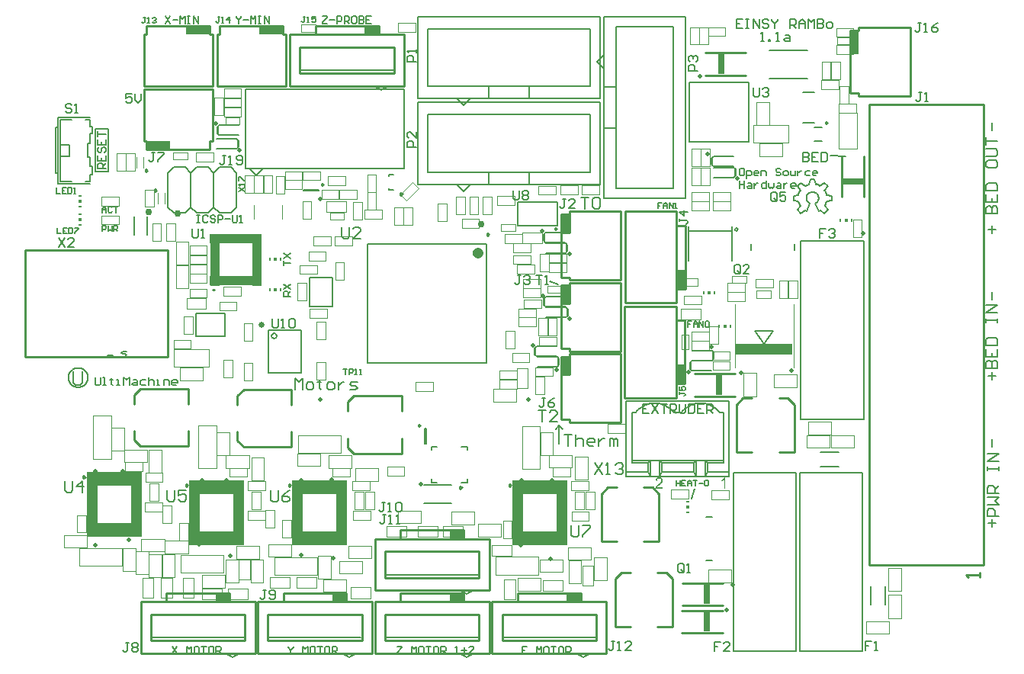
<source format=gto>
G04 Layer_Color=65535*
%FSLAX25Y25*%
%MOIN*%
G70*
G01*
G75*
%ADD11C,0.00800*%
%ADD75C,0.00600*%
%ADD77C,0.01000*%
%ADD91C,0.00700*%
%ADD131C,0.03000*%
%ADD159C,0.00984*%
%ADD160C,0.00500*%
%ADD161C,0.00394*%
%ADD162C,0.02362*%
%ADD163C,0.02000*%
%ADD164C,0.01968*%
%ADD165C,0.02500*%
%ADD166C,0.00787*%
%ADD167C,0.00200*%
%ADD168C,0.00197*%
%ADD169C,0.00400*%
%ADD170R,0.22559X0.04291*%
%ADD171R,0.04331X0.22520*%
%ADD172R,0.22559X0.04410*%
%ADD173R,0.04370X0.22520*%
%ADD174R,0.04921X0.28150*%
%ADD175R,0.24213X0.05945*%
%ADD176R,0.04961X0.28189*%
%ADD177R,0.02953X0.08790*%
%ADD178R,0.01200X0.00590*%
%ADD179R,0.01200X0.00600*%
%ADD180R,0.01200X0.01190*%
%ADD181R,0.00590X0.01200*%
%ADD182R,0.00600X0.01200*%
%ADD183R,0.01190X0.01200*%
%ADD184R,0.08790X0.02953*%
%ADD185R,0.24505X0.04921*%
G36*
X-37645Y-4100D02*
X-47950D01*
Y-350D01*
X-37645D01*
Y-4100D01*
D02*
G37*
G36*
X176168Y-147356D02*
X176218Y-147360D01*
X176279Y-147363D01*
X176347Y-147374D01*
X176426Y-147385D01*
X176508Y-147403D01*
X176598Y-147424D01*
X176688Y-147449D01*
X176784Y-147482D01*
X176877Y-147521D01*
X176970Y-147567D01*
X177060Y-147617D01*
X177146Y-147678D01*
X177228Y-147750D01*
X177232Y-147754D01*
X177246Y-147768D01*
X177267Y-147789D01*
X177293Y-147822D01*
X177325Y-147857D01*
X177360Y-147904D01*
X177400Y-147958D01*
X177439Y-148019D01*
X177475Y-148087D01*
X177515Y-148162D01*
X177550Y-148244D01*
X177583Y-148330D01*
X177608Y-148423D01*
X177629Y-148520D01*
X177643Y-148624D01*
X177647Y-148731D01*
Y-148734D01*
Y-148745D01*
Y-148759D01*
Y-148781D01*
X177643Y-148810D01*
X177640Y-148838D01*
X177636Y-148874D01*
X177633Y-148914D01*
X177618Y-149003D01*
X177597Y-149103D01*
X177565Y-149207D01*
X177525Y-149314D01*
Y-149318D01*
X177518Y-149329D01*
X177511Y-149343D01*
X177500Y-149364D01*
X177489Y-149390D01*
X177471Y-149422D01*
X177454Y-149458D01*
X177428Y-149497D01*
X177403Y-149540D01*
X177375Y-149586D01*
X177303Y-149690D01*
X177264Y-149744D01*
X177221Y-149801D01*
X177171Y-149859D01*
X177121Y-149919D01*
X177117Y-149923D01*
X177106Y-149934D01*
X177092Y-149952D01*
X177067Y-149977D01*
X177035Y-150009D01*
X176995Y-150048D01*
X176952Y-150095D01*
X176899Y-150149D01*
X176838Y-150206D01*
X176766Y-150270D01*
X176691Y-150342D01*
X176605Y-150421D01*
X176512Y-150503D01*
X176412Y-150593D01*
X176301Y-150689D01*
X176183Y-150789D01*
X176175Y-150793D01*
X176158Y-150811D01*
X176133Y-150832D01*
X176097Y-150865D01*
X176050Y-150900D01*
X176004Y-150943D01*
X175950Y-150990D01*
X175893Y-151040D01*
X175771Y-151144D01*
X175714Y-151198D01*
X175656Y-151248D01*
X175603Y-151298D01*
X175556Y-151341D01*
X175513Y-151380D01*
X175481Y-151416D01*
X175474Y-151423D01*
X175456Y-151444D01*
X175427Y-151477D01*
X175391Y-151516D01*
X175352Y-151566D01*
X175309Y-151620D01*
X175266Y-151681D01*
X175227Y-151742D01*
X177654D01*
Y-152325D01*
X174382D01*
Y-152322D01*
Y-152314D01*
Y-152304D01*
Y-152289D01*
Y-152268D01*
X174385Y-152246D01*
X174389Y-152189D01*
X174396Y-152128D01*
X174407Y-152057D01*
X174425Y-151981D01*
X174450Y-151906D01*
Y-151903D01*
X174457Y-151892D01*
X174464Y-151874D01*
X174475Y-151849D01*
X174486Y-151817D01*
X174504Y-151781D01*
X174525Y-151742D01*
X174547Y-151699D01*
X174572Y-151649D01*
X174604Y-151599D01*
X174672Y-151488D01*
X174754Y-151369D01*
X174851Y-151248D01*
X174855Y-151244D01*
X174865Y-151233D01*
X174880Y-151215D01*
X174901Y-151190D01*
X174930Y-151158D01*
X174966Y-151122D01*
X175005Y-151079D01*
X175055Y-151033D01*
X175109Y-150979D01*
X175166Y-150922D01*
X175230Y-150861D01*
X175302Y-150793D01*
X175381Y-150725D01*
X175463Y-150653D01*
X175553Y-150578D01*
X175646Y-150499D01*
X175649Y-150496D01*
X175656Y-150492D01*
X175667Y-150481D01*
X175681Y-150471D01*
X175699Y-150453D01*
X175721Y-150435D01*
X175775Y-150388D01*
X175843Y-150335D01*
X175914Y-150267D01*
X175996Y-150195D01*
X176083Y-150116D01*
X176175Y-150034D01*
X176265Y-149948D01*
X176358Y-149862D01*
X176444Y-149773D01*
X176530Y-149687D01*
X176605Y-149604D01*
X176677Y-149522D01*
X176734Y-149447D01*
X176738Y-149443D01*
X176745Y-149429D01*
X176759Y-149407D01*
X176781Y-149382D01*
X176802Y-149347D01*
X176823Y-149307D01*
X176852Y-149261D01*
X176877Y-149211D01*
X176902Y-149157D01*
X176931Y-149100D01*
X176978Y-148974D01*
X176995Y-148910D01*
X177010Y-148845D01*
X177017Y-148781D01*
X177020Y-148717D01*
Y-148713D01*
Y-148699D01*
Y-148681D01*
X177017Y-148656D01*
X177013Y-148624D01*
X177006Y-148588D01*
X176999Y-148548D01*
X176988Y-148505D01*
X176974Y-148459D01*
X176956Y-148409D01*
X176935Y-148359D01*
X176909Y-148308D01*
X176881Y-148255D01*
X176845Y-148205D01*
X176806Y-148154D01*
X176759Y-148108D01*
X176755Y-148104D01*
X176748Y-148097D01*
X176734Y-148087D01*
X176713Y-148069D01*
X176688Y-148051D01*
X176655Y-148029D01*
X176620Y-148004D01*
X176580Y-147983D01*
X176533Y-147958D01*
X176483Y-147936D01*
X176426Y-147915D01*
X176369Y-147897D01*
X176304Y-147879D01*
X176236Y-147868D01*
X176165Y-147861D01*
X176090Y-147857D01*
X176047D01*
X176018Y-147861D01*
X175979Y-147864D01*
X175936Y-147872D01*
X175889Y-147879D01*
X175835Y-147890D01*
X175782Y-147904D01*
X175724Y-147922D01*
X175667Y-147943D01*
X175606Y-147968D01*
X175549Y-148001D01*
X175492Y-148036D01*
X175435Y-148076D01*
X175384Y-148122D01*
X175381Y-148126D01*
X175374Y-148133D01*
X175359Y-148151D01*
X175345Y-148169D01*
X175323Y-148197D01*
X175302Y-148230D01*
X175277Y-148269D01*
X175256Y-148312D01*
X175230Y-148359D01*
X175205Y-148416D01*
X175184Y-148473D01*
X175162Y-148538D01*
X175148Y-148609D01*
X175134Y-148684D01*
X175127Y-148763D01*
X175123Y-148849D01*
X174496Y-148785D01*
Y-148781D01*
Y-148777D01*
X174500Y-148767D01*
Y-148752D01*
X174504Y-148717D01*
X174514Y-148670D01*
X174525Y-148613D01*
X174539Y-148545D01*
X174557Y-148469D01*
X174579Y-148391D01*
X174608Y-148305D01*
X174640Y-148219D01*
X174679Y-148129D01*
X174726Y-148040D01*
X174776Y-147954D01*
X174837Y-147872D01*
X174901Y-147793D01*
X174976Y-147721D01*
X174980Y-147718D01*
X174994Y-147707D01*
X175019Y-147686D01*
X175051Y-147664D01*
X175094Y-147635D01*
X175145Y-147603D01*
X175205Y-147571D01*
X175273Y-147535D01*
X175352Y-147503D01*
X175435Y-147471D01*
X175528Y-147439D01*
X175628Y-147410D01*
X175735Y-147385D01*
X175850Y-147367D01*
X175971Y-147356D01*
X176100Y-147353D01*
X176133D01*
X176168Y-147356D01*
D02*
G37*
G36*
X205101Y-152325D02*
X204492D01*
Y-148452D01*
X204488Y-148455D01*
X204481Y-148462D01*
X204470Y-148473D01*
X204453Y-148487D01*
X204431Y-148505D01*
X204402Y-148530D01*
X204370Y-148556D01*
X204338Y-148584D01*
X204295Y-148613D01*
X204252Y-148649D01*
X204206Y-148681D01*
X204155Y-148720D01*
X204098Y-148756D01*
X204041Y-148795D01*
X203912Y-148874D01*
X203908Y-148878D01*
X203898Y-148885D01*
X203876Y-148896D01*
X203851Y-148906D01*
X203822Y-148924D01*
X203787Y-148946D01*
X203744Y-148967D01*
X203701Y-148992D01*
X203601Y-149042D01*
X203493Y-149092D01*
X203382Y-149143D01*
X203275Y-149186D01*
Y-148598D01*
X203282Y-148595D01*
X203296Y-148588D01*
X203325Y-148573D01*
X203361Y-148556D01*
X203404Y-148534D01*
X203457Y-148505D01*
X203515Y-148473D01*
X203575Y-148437D01*
X203643Y-148394D01*
X203715Y-148351D01*
X203866Y-148251D01*
X204019Y-148140D01*
X204166Y-148019D01*
X204170Y-148015D01*
X204184Y-148004D01*
X204202Y-147986D01*
X204227Y-147961D01*
X204259Y-147929D01*
X204295Y-147893D01*
X204334Y-147850D01*
X204377Y-147807D01*
X204420Y-147757D01*
X204467Y-147703D01*
X204556Y-147592D01*
X204639Y-147474D01*
X204675Y-147413D01*
X204707Y-147353D01*
X205101D01*
Y-152325D01*
D02*
G37*
G36*
X11650Y46250D02*
X1345D01*
Y50000D01*
X11650D01*
Y46250D01*
D02*
G37*
G36*
X-20450D02*
X-30755D01*
Y50000D01*
X-20450D01*
Y46250D01*
D02*
G37*
G36*
X263325Y37820D02*
X259575D01*
Y48125D01*
X263325D01*
Y37820D01*
D02*
G37*
G54D11*
X210580Y-39009D02*
X210036Y-38260D01*
X209155Y-38546D01*
Y-39472D01*
X210036Y-39758D01*
X210580Y-39009D01*
X248475Y-28525D02*
X248961Y-27560D01*
X249275Y-26525D01*
X249375Y-23725D02*
X249003Y-22786D01*
X248475Y-21925D01*
X246375Y-19925D02*
X245506Y-19455D01*
X244575Y-19125D01*
X241675Y-19225D02*
X240798Y-19510D01*
X239975Y-19925D01*
X237875Y-21925D02*
X237401Y-22792D01*
X237075Y-23725D01*
Y-26725D02*
X237402Y-27657D01*
X237875Y-28525D01*
X244375Y-27625D02*
X245158Y-27049D01*
X245689Y-26235D01*
X245901Y-25287D01*
X245767Y-24324D01*
X245304Y-23470D01*
X244571Y-22831D01*
X243661Y-22491D01*
X242689D01*
X241779Y-22831D01*
X241046Y-23470D01*
X240583Y-24324D01*
X240449Y-25287D01*
X240661Y-26235D01*
X241192Y-27049D01*
X241975Y-27625D01*
X196479Y-183506D02*
X199333D01*
X196479Y-164558D02*
X199333D01*
X235188Y-48125D02*
Y-45271D01*
X216239Y-48125D02*
Y-45271D01*
X128300Y-61700D02*
X131900Y-62900D01*
X190300Y-156500D02*
X191500Y-152400D01*
X-70550Y-13600D02*
X-64750D01*
X-70550D02*
Y5100D01*
X-64750D01*
Y-13600D02*
Y5100D01*
X132400Y-124800D02*
X133900Y-126300D01*
X130900D02*
X132400Y-124800D01*
Y-132700D02*
Y-124800D01*
X90461Y-22225D02*
X93448Y-19239D01*
X87475D02*
X90461Y-22225D01*
X250975Y-6525D02*
X257575Y-6925D01*
X-118Y-15276D02*
X2835Y-12323D01*
X-315Y-15079D02*
X-118Y-15276D01*
X-3071Y-12323D02*
X-315Y-15079D01*
X-4724Y-12323D02*
Y22323D01*
X64724D01*
Y-12323D02*
Y22323D01*
X-4724Y-12323D02*
X64724D01*
X188875Y-52710D02*
Y-39698D01*
Y-37729D01*
X207824Y-39698D02*
Y-37729D01*
Y-52710D02*
Y-39698D01*
X188875D02*
X207824D01*
X218008Y-83406D02*
X222008Y-88874D01*
X225945Y-83406D01*
X218008D02*
X225945D01*
X5107Y-101521D02*
Y-82973D01*
X19587D01*
Y-101521D02*
Y-82973D01*
X5107Y-101521D02*
X19587D01*
X244375Y-27625D02*
X245775Y-31025D01*
X246575Y-30625D01*
X248375Y-31825D01*
X249775Y-30425D01*
X248475Y-28625D02*
X249775Y-30425D01*
X249275Y-26625D02*
X251475Y-26225D01*
Y-24225D01*
X249275Y-23825D02*
X251475Y-24225D01*
X248375Y-21925D02*
X249775Y-20025D01*
X248375Y-18625D02*
X249775Y-20025D01*
X246375Y-19925D02*
X248375Y-18625D01*
X244075Y-16825D02*
X244575Y-19225D01*
X242175Y-16825D02*
X244075D01*
X241675Y-19225D02*
X242175Y-16825D01*
X237975Y-18625D02*
X239875Y-19925D01*
X236575Y-20025D02*
X237975Y-18625D01*
X236575Y-20025D02*
X237875Y-21925D01*
X234775Y-24225D02*
X237075Y-23825D01*
X234775Y-26225D02*
Y-24225D01*
Y-26225D02*
X236975Y-26625D01*
X236575Y-30425D02*
X237775Y-28625D01*
X236575Y-30425D02*
X237975Y-31825D01*
X239775Y-30625D01*
X240475Y-31025D01*
X241975Y-27625D01*
X148843Y34359D02*
X151830Y31372D01*
X148843Y34359D02*
X151830Y37346D01*
X90461Y15275D02*
X93448Y18261D01*
X87475D02*
X90461Y15275D01*
X-44459Y-5327D02*
X-45792D01*
X-45126D01*
Y-8659D01*
X-45792Y-9325D01*
X-46459D01*
X-47125Y-8659D01*
X-43126Y-5327D02*
X-40461D01*
Y-5993D01*
X-43126Y-8659D01*
Y-9325D01*
X147900Y-141102D02*
X151232Y-146100D01*
Y-141102D02*
X147900Y-146100D01*
X152898D02*
X154564D01*
X153731D01*
Y-141102D01*
X152898Y-141935D01*
X157064D02*
X157897Y-141102D01*
X159563D01*
X160396Y-141935D01*
Y-142768D01*
X159563Y-143601D01*
X158730D01*
X159563D01*
X160396Y-144434D01*
Y-145267D01*
X159563Y-146100D01*
X157897D01*
X157064Y-145267D01*
X37275Y-37827D02*
Y-41992D01*
X38108Y-42825D01*
X39774D01*
X40607Y-41992D01*
Y-37827D01*
X45605Y-42825D02*
X42273D01*
X45605Y-39493D01*
Y-38660D01*
X44772Y-37827D01*
X43106D01*
X42273Y-38660D01*
X-83625Y-148927D02*
Y-153092D01*
X-82792Y-153925D01*
X-81126D01*
X-80293Y-153092D01*
Y-148927D01*
X-76128Y-153925D02*
Y-148927D01*
X-78627Y-151426D01*
X-75295D01*
X-38925Y-152827D02*
Y-156992D01*
X-38092Y-157825D01*
X-36426D01*
X-35593Y-156992D01*
Y-152827D01*
X-30595D02*
X-33927D01*
Y-155326D01*
X-32261Y-154493D01*
X-31428D01*
X-30595Y-155326D01*
Y-156992D01*
X-31428Y-157825D01*
X-33094D01*
X-33927Y-156992D01*
X6275Y-153127D02*
Y-157292D01*
X7108Y-158125D01*
X8774D01*
X9607Y-157292D01*
Y-153127D01*
X14605D02*
X12939Y-153960D01*
X11273Y-155626D01*
Y-157292D01*
X12106Y-158125D01*
X13772D01*
X14605Y-157292D01*
Y-156459D01*
X13772Y-155626D01*
X11273D01*
X137700Y-168402D02*
Y-172567D01*
X138533Y-173400D01*
X140199D01*
X141032Y-172567D01*
Y-168402D01*
X142698D02*
X146031D01*
Y-169235D01*
X142698Y-172567D01*
Y-173400D01*
X319076Y-32025D02*
X324075D01*
Y-29526D01*
X323242Y-28693D01*
X322409D01*
X321576Y-29526D01*
Y-32025D01*
Y-29526D01*
X320743Y-28693D01*
X319910D01*
X319076Y-29526D01*
Y-32025D01*
Y-23695D02*
Y-27027D01*
X324075D01*
Y-23695D01*
X321576Y-27027D02*
Y-25361D01*
X319076Y-22028D02*
X324075D01*
Y-19529D01*
X323242Y-18696D01*
X319910D01*
X319076Y-19529D01*
Y-22028D01*
Y-9533D02*
Y-11199D01*
X319910Y-12032D01*
X323242D01*
X324075Y-11199D01*
Y-9533D01*
X323242Y-8699D01*
X319910D01*
X319076Y-9533D01*
Y-7033D02*
X323242D01*
X324075Y-6200D01*
Y-4534D01*
X323242Y-3701D01*
X319076D01*
Y-2035D02*
Y1297D01*
Y-369D01*
X324075D01*
X321576Y-40625D02*
Y-37293D01*
X319910Y-38959D02*
X323242D01*
X321576Y4360D02*
Y7693D01*
Y-104625D02*
Y-101293D01*
X319910Y-102959D02*
X323242D01*
X321576Y-69636D02*
Y-66304D01*
X319076Y-99525D02*
X324075D01*
Y-97026D01*
X323242Y-96193D01*
X322409D01*
X321576Y-97026D01*
Y-99525D01*
Y-97026D01*
X320743Y-96193D01*
X319910D01*
X319076Y-97026D01*
Y-99525D01*
Y-91195D02*
Y-94527D01*
X324075D01*
Y-91195D01*
X321576Y-94527D02*
Y-92861D01*
X319076Y-89528D02*
X324075D01*
Y-87029D01*
X323242Y-86196D01*
X319910D01*
X319076Y-87029D01*
Y-89528D01*
Y-79532D02*
Y-77865D01*
Y-78699D01*
X324075D01*
Y-79532D01*
Y-77865D01*
Y-75366D02*
X319076D01*
X324075Y-72034D01*
X319076D01*
X324475Y-164425D02*
X319476D01*
Y-161926D01*
X320309Y-161093D01*
X321976D01*
X322809Y-161926D01*
Y-164425D01*
X319476Y-159427D02*
X324475D01*
X322809Y-157761D01*
X324475Y-156095D01*
X319476D01*
X324475Y-154428D02*
X319476D01*
Y-151929D01*
X320309Y-151096D01*
X321976D01*
X322809Y-151929D01*
Y-154428D01*
Y-152762D02*
X324475Y-151096D01*
X319476Y-144432D02*
Y-142766D01*
Y-143599D01*
X324475D01*
Y-144432D01*
Y-142766D01*
Y-140266D02*
X319476D01*
X324475Y-136934D01*
X319476D01*
X212641Y52873D02*
X209975D01*
Y48875D01*
X212641D01*
X209975Y50874D02*
X211308D01*
X213973Y52873D02*
X215306D01*
X214640D01*
Y48875D01*
X213973D01*
X215306D01*
X217306D02*
Y52873D01*
X219972Y48875D01*
Y52873D01*
X223970Y52207D02*
X223304Y52873D01*
X221971D01*
X221304Y52207D01*
Y51541D01*
X221971Y50874D01*
X223304D01*
X223970Y50208D01*
Y49541D01*
X223304Y48875D01*
X221971D01*
X221304Y49541D01*
X225303Y52873D02*
Y52207D01*
X226636Y50874D01*
X227969Y52207D01*
Y52873D01*
X226636Y50874D02*
Y48875D01*
X233301D02*
Y52873D01*
X235300D01*
X235966Y52207D01*
Y50874D01*
X235300Y50208D01*
X233301D01*
X234633D02*
X235966Y48875D01*
X237299D02*
Y51541D01*
X238632Y52873D01*
X239965Y51541D01*
Y48875D01*
Y50874D01*
X237299D01*
X241298Y48875D02*
Y52873D01*
X242631Y51541D01*
X243964Y52873D01*
Y48875D01*
X245297Y52873D02*
Y48875D01*
X247296D01*
X247962Y49541D01*
Y50208D01*
X247296Y50874D01*
X245297D01*
X247296D01*
X247962Y51541D01*
Y52207D01*
X247296Y52873D01*
X245297D01*
X249962Y48875D02*
X251295D01*
X251961Y49541D01*
Y50874D01*
X251295Y51541D01*
X249962D01*
X249295Y50874D01*
Y49541D01*
X249962Y48875D01*
X142100Y-24902D02*
X145432D01*
X143766D01*
Y-29900D01*
X147098Y-25735D02*
X147931Y-24902D01*
X149598D01*
X150431Y-25735D01*
Y-29067D01*
X149598Y-29900D01*
X147931D01*
X147098Y-29067D01*
Y-25735D01*
X123200Y-118002D02*
X126532D01*
X124866D01*
Y-123000D01*
X131531D02*
X128198D01*
X131531Y-119668D01*
Y-118835D01*
X130698Y-118002D01*
X129031D01*
X128198Y-118835D01*
X321576Y-169125D02*
Y-165793D01*
X319910Y-167459D02*
X323242D01*
X321576Y-134136D02*
Y-130804D01*
X16775Y-109125D02*
Y-104127D01*
X18441Y-105793D01*
X20107Y-104127D01*
Y-109125D01*
X22606D02*
X24272D01*
X25105Y-108292D01*
Y-106626D01*
X24272Y-105793D01*
X22606D01*
X21773Y-106626D01*
Y-108292D01*
X22606Y-109125D01*
X27605Y-104960D02*
Y-105793D01*
X26772D01*
X28438D01*
X27605D01*
Y-108292D01*
X28438Y-109125D01*
X31770D02*
X33436D01*
X34269Y-108292D01*
Y-106626D01*
X33436Y-105793D01*
X31770D01*
X30937Y-106626D01*
Y-108292D01*
X31770Y-109125D01*
X35935Y-105793D02*
Y-109125D01*
Y-107459D01*
X36768Y-106626D01*
X37601Y-105793D01*
X38434D01*
X40934Y-109125D02*
X43433D01*
X44266Y-108292D01*
X43433Y-107459D01*
X41767D01*
X40934Y-106626D01*
X41767Y-105793D01*
X44266D01*
X134700Y-128502D02*
X138032D01*
X136366D01*
Y-133500D01*
X139698Y-128502D02*
Y-133500D01*
Y-131001D01*
X140531Y-130168D01*
X142198D01*
X143031Y-131001D01*
Y-133500D01*
X147196D02*
X145530D01*
X144697Y-132667D01*
Y-131001D01*
X145530Y-130168D01*
X147196D01*
X148029Y-131001D01*
Y-131834D01*
X144697D01*
X149695Y-130168D02*
Y-133500D01*
Y-131834D01*
X150528Y-131001D01*
X151361Y-130168D01*
X152194D01*
X154693Y-133500D02*
Y-130168D01*
X155527D01*
X156360Y-131001D01*
Y-133500D01*
Y-131001D01*
X157193Y-130168D01*
X158026Y-131001D01*
Y-133500D01*
X220575Y43375D02*
X221908D01*
X221241D01*
Y47374D01*
X220575Y46707D01*
X223907Y43375D02*
Y44041D01*
X224573D01*
Y43375D01*
X223907D01*
X227239D02*
X228572D01*
X227906D01*
Y47374D01*
X227239Y46707D01*
X231238Y46041D02*
X232571D01*
X233237Y45374D01*
Y43375D01*
X231238D01*
X230572Y44041D01*
X231238Y44708D01*
X233237D01*
G54D75*
X9087Y-85521D02*
X8736Y-84673D01*
X7887Y-84321D01*
X7039Y-84673D01*
X6687Y-85521D01*
X7039Y-86370D01*
X7887Y-86721D01*
X8736Y-86370D01*
X9087Y-85521D01*
X174175Y-114925D02*
X173203Y-114970D01*
X172239Y-115105D01*
X171291Y-115329D01*
X170369Y-115639D01*
X169479Y-116034D01*
X168630Y-116509D01*
X167828Y-117061D01*
X167080Y-117684D01*
X166394Y-118375D01*
X165775Y-119125D01*
X182575D02*
X181955Y-118375D01*
X181269Y-117684D01*
X180522Y-117061D01*
X179720Y-116509D01*
X178870Y-116034D01*
X177981Y-115639D01*
X177058Y-115329D01*
X176111Y-115105D01*
X175147Y-114970D01*
X174175Y-114925D01*
X194175D02*
X193202Y-114970D01*
X192239Y-115105D01*
X191291Y-115329D01*
X190369Y-115639D01*
X189479Y-116034D01*
X188630Y-116509D01*
X187828Y-117061D01*
X187081Y-117684D01*
X186394Y-118375D01*
X185775Y-119125D01*
X202575D02*
X201955Y-118375D01*
X201269Y-117684D01*
X200522Y-117061D01*
X199720Y-116509D01*
X198871Y-116034D01*
X197981Y-115639D01*
X197058Y-115329D01*
X196111Y-115105D01*
X195147Y-114970D01*
X194175Y-114925D01*
X119333Y-19239D02*
Y-13924D01*
X101617Y-19239D02*
Y-13924D01*
X70672Y-19239D02*
Y16588D01*
X150278D01*
Y-19239D02*
Y16588D01*
X70672Y-19239D02*
X150278D01*
X56762Y-217400D02*
X96941D01*
X91862Y-226000D02*
X94862Y-224300D01*
X88862D02*
X91862Y-226000D01*
X88862Y-196741D02*
X91862Y-198441D01*
X94862Y-196741D01*
X56762Y-189841D02*
X96941D01*
X5581Y-217400D02*
X45760D01*
X40681Y-226000D02*
X43681Y-224300D01*
X37681D02*
X40681Y-226000D01*
X-13500Y-224300D02*
X-10500Y-226000D01*
X-7500Y-224300D01*
X-45600Y-217400D02*
X-5421D01*
X19595Y30643D02*
X59774D01*
X54695Y22042D02*
X57695Y23742D01*
X51695D02*
X54695Y22042D01*
X140083Y-224261D02*
X143083Y-225961D01*
X146083Y-224261D01*
X107983Y-217361D02*
X148161D01*
X-47708Y-41300D02*
Y-33363D01*
X-53264Y-41300D02*
Y-33363D01*
X-86752Y-18828D02*
X-72752D01*
X-86752D02*
Y-14328D01*
Y10172D02*
X-72752D01*
X-85752Y-1828D02*
Y9172D01*
X-87752Y5672D02*
X-86752D01*
X-87752Y672D02*
Y5672D01*
Y-14328D02*
X-86752D01*
Y10172D01*
X-87752Y-9328D02*
Y672D01*
Y-14328D02*
Y-9328D01*
X-85752Y-1828D02*
X-81752D01*
X-85752Y-6828D02*
Y-1828D01*
X-81752Y-6828D02*
Y-1828D01*
X-85752Y-6828D02*
X-81752D01*
X-85752Y-17828D02*
Y-6828D01*
X-72752Y6172D02*
Y9172D01*
Y6172D02*
X-71752D01*
Y3172D02*
Y6172D01*
X-72752Y3172D02*
X-71752D01*
X-72752Y-1328D02*
Y3172D01*
X-73752Y-1328D02*
X-72752D01*
X-73752Y-7328D02*
Y-1328D01*
Y-7328D02*
X-72752D01*
Y-11328D02*
Y-7328D01*
Y-11328D02*
X-71752D01*
Y-14828D02*
Y-11328D01*
X-72752Y-14828D02*
X-71752D01*
X-72752Y-17828D02*
Y-14828D01*
X-74752Y9172D02*
X-72752D01*
X-85752D02*
X-80752D01*
X-85752Y-17828D02*
X-80752D01*
X-74752D02*
X-72752D01*
X-38672Y-29269D02*
X-36172Y-31769D01*
X-31172D02*
X-28672Y-29269D01*
X-26172Y-31769D01*
X-21172D02*
X-18673Y-29269D01*
X-38672D02*
Y-14269D01*
X-36172Y-11769D01*
X-31172D01*
X-28672Y-14269D01*
X-26172Y-11769D01*
X-21172D01*
X-18673Y-14269D01*
X-28672Y-29269D02*
Y-14269D01*
X-18673Y-29269D02*
Y-14269D01*
X-26172Y-31769D02*
X-21172D01*
X-36172D02*
X-31172D01*
X-18673Y-29269D02*
X-16172Y-31769D01*
X-11173D02*
X-8672Y-29269D01*
X-18673Y-14269D02*
X-16172Y-11769D01*
X-11173D01*
X-8672Y-14269D01*
Y-29269D02*
Y-14269D01*
X-16172Y-31769D02*
X-11173D01*
X151830Y5487D02*
X157145D01*
X151830Y23204D02*
X157145D01*
X151830Y54149D02*
X187657D01*
Y-25458D02*
Y54149D01*
X151830Y-25458D02*
X187657D01*
X151830D02*
Y54149D01*
X161675Y-146925D02*
X172175D01*
X161675D02*
Y-144925D01*
Y-113925D01*
X164175Y-139925D02*
Y-118925D01*
X165875D01*
X164175Y-139925D02*
X172175D01*
X161675Y-144925D02*
X171175D01*
X164175Y-140925D02*
X171175D01*
Y-144925D02*
X172175Y-146925D01*
X171175Y-140925D02*
X172175Y-139925D01*
X164175Y-140925D02*
Y-139925D01*
X176175D02*
X177175Y-140925D01*
Y-144925D02*
Y-140925D01*
X176175Y-146925D02*
X177175Y-144925D01*
X171175Y-140925D02*
X172175Y-139925D01*
X171175Y-144925D02*
X172175Y-146925D01*
X171175Y-144925D02*
Y-140925D01*
X172175Y-146925D02*
Y-139925D01*
X176175Y-146925D02*
Y-139925D01*
X164175Y-118925D02*
X165675D01*
X191175Y-140925D02*
X192175Y-139925D01*
X196175D02*
X197175Y-140925D01*
X196175Y-146925D02*
X197175Y-144925D01*
X191175D02*
X192175Y-146925D01*
X191175Y-144925D02*
Y-140925D01*
X197175Y-144925D02*
Y-140925D01*
X196175Y-146925D02*
Y-139925D01*
X192175Y-146925D02*
Y-139925D01*
X197175Y-140925D02*
X204175D01*
X177175D02*
X191175D01*
X177175Y-144925D02*
X191175D01*
X197175D02*
X206675D01*
X172175Y-146925D02*
X176175D01*
X192175D01*
X196175D01*
X206675D01*
X172175Y-139925D02*
X176175D01*
X192175D01*
X196175D01*
X204175D01*
X202475Y-118925D02*
X204175D01*
X182675D02*
X185675D01*
X204175Y-140925D02*
Y-139925D01*
Y-118925D01*
X206675Y-144925D02*
Y-113925D01*
Y-146925D02*
Y-144925D01*
X161675Y-113925D02*
X206675D01*
X119333Y18261D02*
Y23576D01*
X101617Y18261D02*
Y23576D01*
X70672Y18261D02*
Y54088D01*
X150278D01*
Y18261D02*
Y54088D01*
X70672Y18261D02*
X150278D01*
X114240Y-37318D02*
X131760D01*
X114240D02*
Y-27082D01*
X131760D01*
Y-37318D02*
Y-27082D01*
X185101Y-34267D02*
Y-35434D01*
Y-34851D01*
X188017D01*
X188600Y-35434D01*
Y-36017D01*
X188017Y-36600D01*
X188600Y-31352D02*
X185101D01*
X186851Y-33101D01*
Y-30768D01*
X-65850Y-12400D02*
X-69349D01*
Y-10651D01*
X-68766Y-10067D01*
X-67600D01*
X-67017Y-10651D01*
Y-12400D01*
Y-11234D02*
X-65850Y-10067D01*
X-69349Y-6569D02*
Y-8901D01*
X-65850D01*
Y-6569D01*
X-67600Y-8901D02*
Y-7735D01*
X-68766Y-3070D02*
X-69349Y-3653D01*
Y-4819D01*
X-68766Y-5402D01*
X-68183D01*
X-67600Y-4819D01*
Y-3653D01*
X-67017Y-3070D01*
X-66434D01*
X-65850Y-3653D01*
Y-4819D01*
X-66434Y-5402D01*
X-69349Y429D02*
Y-1903D01*
X-65850D01*
Y429D01*
X-67600Y-1903D02*
Y-737D01*
X-69349Y1595D02*
Y3928D01*
Y2762D01*
X-65850D01*
X15100Y-68200D02*
X11901D01*
Y-66601D01*
X12434Y-66067D01*
X13500D01*
X14034Y-66601D01*
Y-68200D01*
Y-67134D02*
X15100Y-66067D01*
X11901Y-65001D02*
X15100Y-62868D01*
X11901D02*
X15100Y-65001D01*
X118307Y-221426D02*
X116175D01*
Y-224625D01*
X118307D01*
X116175Y-223026D02*
X117241D01*
X122573Y-224625D02*
Y-221426D01*
X123639Y-222493D01*
X124705Y-221426D01*
Y-224625D01*
X127371Y-221426D02*
X126305D01*
X125772Y-221959D01*
Y-224092D01*
X126305Y-224625D01*
X127371D01*
X127904Y-224092D01*
Y-221959D01*
X127371Y-221426D01*
X128971D02*
X131103D01*
X130037D01*
Y-224625D01*
X133769Y-221426D02*
X132703D01*
X132170Y-221959D01*
Y-224092D01*
X132703Y-224625D01*
X133769D01*
X134302Y-224092D01*
Y-221959D01*
X133769Y-221426D01*
X135369Y-224625D02*
Y-221426D01*
X136968D01*
X137501Y-221959D01*
Y-223026D01*
X136968Y-223559D01*
X135369D01*
X136435D02*
X137501Y-224625D01*
X212774Y-12226D02*
X211708D01*
X211175Y-12759D01*
Y-14892D01*
X211708Y-15425D01*
X212774D01*
X213307Y-14892D01*
Y-12759D01*
X212774Y-12226D01*
X214374Y-16491D02*
Y-13293D01*
X215973D01*
X216506Y-13826D01*
Y-14892D01*
X215973Y-15425D01*
X214374D01*
X219172D02*
X218106D01*
X217573Y-14892D01*
Y-13826D01*
X218106Y-13293D01*
X219172D01*
X219705Y-13826D01*
Y-14359D01*
X217573D01*
X220772Y-15425D02*
Y-13293D01*
X222371D01*
X222904Y-13826D01*
Y-15425D01*
X229302Y-12759D02*
X228769Y-12226D01*
X227703D01*
X227170Y-12759D01*
Y-13293D01*
X227703Y-13826D01*
X228769D01*
X229302Y-14359D01*
Y-14892D01*
X228769Y-15425D01*
X227703D01*
X227170Y-14892D01*
X230902Y-15425D02*
X231968D01*
X232501Y-14892D01*
Y-13826D01*
X231968Y-13293D01*
X230902D01*
X230369Y-13826D01*
Y-14892D01*
X230902Y-15425D01*
X233568Y-13293D02*
Y-14892D01*
X234101Y-15425D01*
X235700D01*
Y-13293D01*
X236767D02*
Y-15425D01*
Y-14359D01*
X237300Y-13826D01*
X237833Y-13293D01*
X238366D01*
X242098D02*
X240499D01*
X239966Y-13826D01*
Y-14892D01*
X240499Y-15425D01*
X242098D01*
X244764D02*
X243698D01*
X243164Y-14892D01*
Y-13826D01*
X243698Y-13293D01*
X244764D01*
X245297Y-13826D01*
Y-14359D01*
X243164D01*
X211275Y-17726D02*
Y-20925D01*
Y-19326D01*
X213407D01*
Y-17726D01*
Y-20925D01*
X215007Y-18793D02*
X216073D01*
X216606Y-19326D01*
Y-20925D01*
X215007D01*
X214474Y-20392D01*
X215007Y-19859D01*
X216606D01*
X217673Y-18793D02*
Y-20925D01*
Y-19859D01*
X218206Y-19326D01*
X218739Y-18793D01*
X219272D01*
X223004Y-17726D02*
Y-20925D01*
X221405D01*
X220872Y-20392D01*
Y-19326D01*
X221405Y-18793D01*
X223004D01*
X224071D02*
Y-20392D01*
X224604Y-20925D01*
X225137Y-20392D01*
X225670Y-20925D01*
X226203Y-20392D01*
Y-18793D01*
X227803D02*
X228869D01*
X229402Y-19326D01*
Y-20925D01*
X227803D01*
X227270Y-20392D01*
X227803Y-19859D01*
X229402D01*
X230469Y-18793D02*
Y-20925D01*
Y-19859D01*
X231002Y-19326D01*
X231535Y-18793D01*
X232068D01*
X235267Y-20925D02*
X234201D01*
X233668Y-20392D01*
Y-19326D01*
X234201Y-18793D01*
X235267D01*
X235800Y-19326D01*
Y-19859D01*
X233668D01*
X13975Y-221226D02*
Y-221759D01*
X15041Y-222826D01*
X16107Y-221759D01*
Y-221226D01*
X15041Y-222826D02*
Y-224425D01*
X20373D02*
Y-221226D01*
X21439Y-222293D01*
X22505Y-221226D01*
Y-224425D01*
X25171Y-221226D02*
X24105D01*
X23572Y-221759D01*
Y-223892D01*
X24105Y-224425D01*
X25171D01*
X25704Y-223892D01*
Y-221759D01*
X25171Y-221226D01*
X26771D02*
X28903D01*
X27837D01*
Y-224425D01*
X31569Y-221226D02*
X30503D01*
X29970Y-221759D01*
Y-223892D01*
X30503Y-224425D01*
X31569D01*
X32102Y-223892D01*
Y-221759D01*
X31569Y-221226D01*
X33169Y-224425D02*
Y-221226D01*
X34768D01*
X35301Y-221759D01*
Y-222826D01*
X34768Y-223359D01*
X33169D01*
X34235D02*
X35301Y-224425D01*
X-65025Y-94026D02*
X-62893D01*
X61475Y-221226D02*
X63607D01*
Y-221759D01*
X61475Y-223892D01*
Y-224425D01*
X63607D01*
X67873D02*
Y-221226D01*
X68939Y-222293D01*
X70005Y-221226D01*
Y-224425D01*
X72671Y-221226D02*
X71605D01*
X71072Y-221759D01*
Y-223892D01*
X71605Y-224425D01*
X72671D01*
X73204Y-223892D01*
Y-221759D01*
X72671Y-221226D01*
X74271D02*
X76403D01*
X75337D01*
Y-224425D01*
X79069Y-221226D02*
X78003D01*
X77470Y-221759D01*
Y-223892D01*
X78003Y-224425D01*
X79069D01*
X79602Y-223892D01*
Y-221759D01*
X79069Y-221226D01*
X80669Y-224425D02*
Y-221226D01*
X82268D01*
X82801Y-221759D01*
Y-222826D01*
X82268Y-223359D01*
X80669D01*
X81735D02*
X82801Y-224425D01*
X87067D02*
X88133D01*
X87600D01*
Y-221226D01*
X87067Y-221759D01*
X89732Y-222826D02*
X91865D01*
X90799Y-221759D02*
Y-223892D01*
X95064Y-224425D02*
X92931D01*
X95064Y-222293D01*
Y-221759D01*
X94531Y-221226D01*
X93464D01*
X92931Y-221759D01*
X-59025Y-94525D02*
X-57426D01*
X-56893Y-93992D01*
X-57426Y-93459D01*
X-58492D01*
X-59025Y-92926D01*
X-58492Y-92393D01*
X-56893D01*
X-36800Y-221201D02*
X-34667Y-224400D01*
Y-221201D02*
X-36800Y-224400D01*
X-30402D02*
Y-221201D01*
X-29336Y-222267D01*
X-28269Y-221201D01*
Y-224400D01*
X-25604Y-221201D02*
X-26670D01*
X-27203Y-221734D01*
Y-223867D01*
X-26670Y-224400D01*
X-25604D01*
X-25070Y-223867D01*
Y-221734D01*
X-25604Y-221201D01*
X-24004D02*
X-21871D01*
X-22938D01*
Y-224400D01*
X-19206Y-221201D02*
X-20272D01*
X-20805Y-221734D01*
Y-223867D01*
X-20272Y-224400D01*
X-19206D01*
X-18673Y-223867D01*
Y-221734D01*
X-19206Y-221201D01*
X-17606Y-224400D02*
Y-221201D01*
X-16007D01*
X-15473Y-221734D01*
Y-222800D01*
X-16007Y-223334D01*
X-17606D01*
X-16540D02*
X-15473Y-224400D01*
X-80025Y-100927D02*
Y-105926D01*
X-79026Y-106925D01*
X-77026D01*
X-76026Y-105926D01*
Y-100927D01*
X11901Y-54700D02*
Y-52567D01*
Y-53634D01*
X15100D01*
X11901Y-51501D02*
X15100Y-49368D01*
X11901D02*
X15100Y-51501D01*
X-39700Y54199D02*
X-37567Y51000D01*
Y54199D02*
X-39700Y51000D01*
X-36501Y52600D02*
X-34368D01*
X-33302Y51000D02*
Y54199D01*
X-32236Y53133D01*
X-31169Y54199D01*
Y51000D01*
X-30103Y54199D02*
X-29037D01*
X-29570D01*
Y51000D01*
X-30103D01*
X-29037D01*
X-27437D02*
Y54199D01*
X-25305Y51000D01*
Y54199D01*
X-8800D02*
Y53666D01*
X-7734Y52600D01*
X-6667Y53666D01*
Y54199D01*
X-7734Y52600D02*
Y51000D01*
X-5601Y52600D02*
X-3468D01*
X-2402Y51000D02*
Y54199D01*
X-1336Y53133D01*
X-269Y54199D01*
Y51000D01*
X797Y54199D02*
X1863D01*
X1330D01*
Y51000D01*
X797D01*
X1863D01*
X3463D02*
Y54199D01*
X5595Y51000D01*
Y54199D01*
X28900D02*
X31033D01*
Y53666D01*
X28900Y51533D01*
Y51000D01*
X31033D01*
X32099Y52600D02*
X34232D01*
X35298Y51000D02*
Y54199D01*
X36897D01*
X37431Y53666D01*
Y52600D01*
X36897Y52066D01*
X35298D01*
X38497Y51000D02*
Y54199D01*
X40096D01*
X40630Y53666D01*
Y52600D01*
X40096Y52066D01*
X38497D01*
X39563D02*
X40630Y51000D01*
X43295Y54199D02*
X42229D01*
X41696Y53666D01*
Y51533D01*
X42229Y51000D01*
X43295D01*
X43828Y51533D01*
Y53666D01*
X43295Y54199D01*
X44895D02*
Y51000D01*
X46494D01*
X47028Y51533D01*
Y52066D01*
X46494Y52600D01*
X44895D01*
X46494D01*
X47028Y53133D01*
Y53666D01*
X46494Y54199D01*
X44895D01*
X50226D02*
X48094D01*
Y51000D01*
X50226D01*
X48094Y52600D02*
X49160D01*
X-25925Y-32626D02*
X-24859D01*
X-25392D01*
Y-35825D01*
X-25925D01*
X-24859D01*
X-21127Y-33159D02*
X-21660Y-32626D01*
X-22726D01*
X-23259Y-33159D01*
Y-35292D01*
X-22726Y-35825D01*
X-21660D01*
X-21127Y-35292D01*
X-17928Y-33159D02*
X-18461Y-32626D01*
X-19527D01*
X-20060Y-33159D01*
Y-33693D01*
X-19527Y-34226D01*
X-18461D01*
X-17928Y-34759D01*
Y-35292D01*
X-18461Y-35825D01*
X-19527D01*
X-20060Y-35292D01*
X-16861Y-35825D02*
Y-32626D01*
X-15262D01*
X-14729Y-33159D01*
Y-34226D01*
X-15262Y-34759D01*
X-16861D01*
X-13663Y-34226D02*
X-11530D01*
X-10464Y-32626D02*
Y-35292D01*
X-9930Y-35825D01*
X-8864D01*
X-8331Y-35292D01*
Y-32626D01*
X-7265Y-35825D02*
X-6198D01*
X-6731D01*
Y-32626D01*
X-7265Y-33159D01*
G54D77*
X-43825Y-21869D02*
X-44485Y-21488D01*
Y-22251D01*
X-43825Y-21869D01*
X-47828Y-13169D02*
X-48488Y-12787D01*
Y-13550D01*
X-47828Y-13169D01*
X186056Y-205521D02*
X203814D01*
X186056Y-215442D02*
X203814D01*
X-20400Y-350D02*
X-19200D01*
X-20400Y-4100D02*
Y-350D01*
X-47950Y-4100D02*
X-20400D01*
X-47950D02*
Y-350D01*
X-49200D02*
X-47950D01*
X-49200D02*
Y22200D01*
X-19200D01*
Y-350D02*
Y22200D01*
X136864Y-92162D02*
Y-90962D01*
X133114D02*
X136864D01*
X133114D02*
Y-63412D01*
X136864D01*
Y-62162D01*
X159414D01*
Y-92162D02*
Y-62162D01*
X136864Y-92162D02*
X159414D01*
X255800Y-24758D02*
Y-7000D01*
X265721Y-24758D02*
Y-7000D01*
X186146Y-203457D02*
X203905D01*
X186146Y-193536D02*
X203905D01*
X263325Y19375D02*
Y20575D01*
X259575D02*
X263325D01*
X259575D02*
Y48125D01*
X263325D01*
Y49375D01*
X285875D01*
Y19375D02*
Y49375D01*
X263325Y19375D02*
X285875D01*
X136864Y-61060D02*
Y-59860D01*
X133114D02*
X136864D01*
X133114D02*
Y-32310D01*
X136864D01*
Y-31060D01*
X159414D01*
Y-61060D02*
Y-31060D01*
X136864Y-61060D02*
X159414D01*
X183725Y-37325D02*
Y-31125D01*
Y-37325D02*
X187475D01*
Y-64875D02*
Y-37325D01*
X183725Y-64875D02*
X187475D01*
X183725Y-71125D02*
Y-64875D01*
X161175Y-71125D02*
X183725D01*
X161175D02*
Y-31125D01*
X183725D01*
Y-64875D02*
Y-37325D01*
X135968Y-102421D02*
Y-94515D01*
X134989Y-102421D02*
Y-94542D01*
X134069Y-102421D02*
Y-94521D01*
X133114Y-102421D02*
X136864D01*
Y-94515D01*
X135968Y-71319D02*
Y-63412D01*
X134989Y-71319D02*
Y-63440D01*
X134069Y-71319D02*
Y-63419D01*
X133114Y-71319D02*
X136864D01*
Y-63412D01*
X135968Y-40217D02*
Y-32310D01*
X134989Y-40217D02*
Y-32337D01*
X134069Y-40217D02*
Y-32317D01*
X133114Y-40217D02*
X136864D01*
Y-32310D01*
X184620Y-64875D02*
Y-56968D01*
X185600Y-64848D02*
Y-56968D01*
X186521Y-64868D02*
Y-56968D01*
X183725D02*
X187475D01*
X183725Y-64875D02*
Y-56968D01*
X184520Y-106275D02*
Y-98369D01*
X185500Y-106248D02*
Y-98369D01*
X186421Y-106269D02*
Y-98369D01*
X183625D02*
X187375D01*
X183625Y-106275D02*
Y-98369D01*
X-49200Y46250D02*
X-48000D01*
Y50000D01*
X-20450D01*
Y46250D02*
Y50000D01*
Y46250D02*
X-19200D01*
Y23700D02*
Y46250D01*
X-49200Y23700D02*
X-19200D01*
X-49200D02*
Y46250D01*
X51862Y-201750D02*
X63062D01*
Y-198000D01*
X90612Y-201750D02*
X101862D01*
Y-224300D02*
Y-201750D01*
X51862Y-224300D02*
X101862D01*
X51862D02*
Y-201750D01*
X97374Y-218800D02*
Y-207291D01*
X56262Y-218800D02*
X97374D01*
X56262D02*
Y-207291D01*
X97374D01*
X62989Y-201778D02*
X90539D01*
X63062Y-198000D02*
X90612D01*
Y-201750D02*
Y-198000D01*
X84862Y-199000D02*
X90612D01*
X84862Y-201778D02*
Y-198000D01*
Y-200000D02*
X90512D01*
X84862Y-200900D02*
X90612D01*
X84862Y-173341D02*
X90612D01*
X84862Y-172441D02*
X90512D01*
X84862Y-174218D02*
Y-170441D01*
Y-171441D02*
X90612D01*
Y-174191D02*
Y-170441D01*
X63062D02*
X90612D01*
X62989Y-174218D02*
X90539D01*
X56262Y-179732D02*
X97374D01*
X56262Y-191241D02*
Y-179732D01*
Y-191241D02*
X97374D01*
Y-179732D01*
X51862Y-196741D02*
Y-174191D01*
Y-196741D02*
X101862D01*
Y-174191D01*
X90612D02*
X101862D01*
X63062D02*
Y-170441D01*
X51862Y-174191D02*
X63062D01*
X681Y-201750D02*
X11881D01*
Y-198000D01*
X39431Y-201750D02*
X50681D01*
Y-224300D02*
Y-201750D01*
X681Y-224300D02*
X50681D01*
X681D02*
Y-201750D01*
X46193Y-218800D02*
Y-207291D01*
X5081Y-218800D02*
X46193D01*
X5081D02*
Y-207291D01*
X46193D01*
X11808Y-201778D02*
X39358D01*
X11881Y-198000D02*
X39431D01*
Y-201750D02*
Y-198000D01*
X33681Y-199000D02*
X39431D01*
X33681Y-201778D02*
Y-198000D01*
Y-200000D02*
X39331D01*
X33681Y-200900D02*
X39431D01*
X-17500D02*
X-11750D01*
X-17500Y-200000D02*
X-11850D01*
X-17500Y-201778D02*
Y-198000D01*
Y-199000D02*
X-11750D01*
Y-201750D02*
Y-198000D01*
X-39300D02*
X-11750D01*
X-39373Y-201778D02*
X-11823D01*
X-46100Y-207291D02*
X-4988D01*
X-46100Y-218800D02*
Y-207291D01*
Y-218800D02*
X-4988D01*
Y-207291D01*
X-50500Y-224300D02*
Y-201750D01*
Y-224300D02*
X-500D01*
Y-201750D01*
X-11750D02*
X-500D01*
X-39300D02*
Y-198000D01*
X-50500Y-201750D02*
X-39300D01*
X228480Y-136436D02*
X235173D01*
X209976D02*
X216669D01*
X212732Y-112814D02*
X216669D01*
X209976Y-115570D02*
X212732Y-112814D01*
X209976Y-136436D02*
Y-115570D01*
X228480Y-112814D02*
X232417D01*
X235173Y-136436D02*
Y-115570D01*
X232417Y-112814D02*
X235173Y-115570D01*
X169380Y-175436D02*
X176073D01*
X150876D02*
X157569D01*
X153632Y-151814D02*
X157569D01*
X150876Y-154570D02*
X153632Y-151814D01*
X150876Y-175436D02*
Y-154570D01*
X169380Y-151814D02*
X173317D01*
X176073Y-175436D02*
Y-154570D01*
X173317Y-151814D02*
X176073Y-154570D01*
X15347Y-115594D02*
Y-108902D01*
Y-134098D02*
Y-127406D01*
X-8275Y-131342D02*
Y-127406D01*
Y-131342D02*
X-5519Y-134098D01*
Y-134098D02*
X15347D01*
X-8275Y-115594D02*
Y-111658D01*
X-5519Y-108902D02*
X15347D01*
X-8275Y-111658D02*
X-5519Y-108902D01*
X63550Y-118420D02*
Y-111727D01*
Y-136924D02*
Y-130231D01*
X39928Y-134168D02*
Y-130231D01*
Y-134168D02*
X42684Y-136924D01*
Y-136924D02*
X63550D01*
X39928Y-118420D02*
Y-114483D01*
X42684Y-111727D02*
X63550D01*
X39928Y-114483D02*
X42684Y-111727D01*
X175280Y-212636D02*
X181973D01*
X156776D02*
X163469D01*
X159532Y-189014D02*
X163469D01*
X156776Y-191770D02*
X159532Y-189014D01*
X156776Y-212636D02*
Y-191770D01*
X175280Y-189014D02*
X179217D01*
X181973Y-212636D02*
Y-191770D01*
X179217Y-189014D02*
X181973Y-191770D01*
X267775Y-185775D02*
Y15725D01*
X317775D01*
Y-185775D02*
Y15725D01*
X267775Y-185775D02*
X317775D01*
X14695Y46292D02*
X25895D01*
Y50042D01*
X53445Y46292D02*
X64695D01*
Y23742D02*
Y46292D01*
X14695Y23742D02*
X64695D01*
X14695D02*
Y46292D01*
X60207Y29243D02*
Y40751D01*
X19095Y29243D02*
X60207D01*
X19095D02*
Y40751D01*
X60207D01*
X25822Y46265D02*
X53372D01*
X25895Y50042D02*
X53445D01*
Y46292D02*
Y50042D01*
X47695Y49042D02*
X53445D01*
X47695Y46265D02*
Y50042D01*
Y48043D02*
X53345D01*
X47695Y47142D02*
X53445D01*
X-17100Y46250D02*
X-15900D01*
Y50000D01*
X11650D01*
Y46250D02*
Y50000D01*
Y46250D02*
X12900D01*
Y23700D02*
Y46250D01*
X-17100Y23700D02*
X12900D01*
X-17100D02*
Y46250D01*
X136083Y-200861D02*
X141833D01*
X136083Y-199961D02*
X141733D01*
X136083Y-201738D02*
Y-197961D01*
Y-198961D02*
X141833D01*
Y-201711D02*
Y-197961D01*
X114283D02*
X141833D01*
X114209Y-201738D02*
X141759D01*
X107483Y-207252D02*
X148594D01*
X107483Y-218761D02*
Y-207252D01*
Y-218761D02*
X148594D01*
Y-207252D01*
X103083Y-224261D02*
Y-201711D01*
Y-224261D02*
X153083D01*
Y-201711D01*
X141833D02*
X153083D01*
X114283D02*
Y-197961D01*
X103083Y-201711D02*
X114283D01*
X136864Y-123265D02*
Y-122065D01*
X133114D02*
X136864D01*
X133114D02*
Y-94515D01*
X136864D01*
Y-93265D01*
X159414D01*
Y-123265D02*
Y-93265D01*
X136864Y-123265D02*
X159414D01*
X183625Y-78725D02*
Y-72525D01*
Y-78725D02*
X187375D01*
Y-106275D02*
Y-78725D01*
X183625Y-106275D02*
X187375D01*
X183625Y-112525D02*
Y-106275D01*
X161075Y-112525D02*
X183625D01*
X161075D02*
Y-72525D01*
X183625D01*
Y-106275D02*
Y-78725D01*
X-29814Y-115220D02*
Y-108527D01*
Y-133724D02*
Y-127031D01*
X-53436Y-130968D02*
Y-127031D01*
Y-130968D02*
X-50680Y-133724D01*
Y-133724D02*
X-29814D01*
X-53436Y-115220D02*
Y-111283D01*
X-50680Y-108527D02*
X-29814D01*
X-53436Y-111283D02*
X-50680Y-108527D01*
X-38841Y-94557D02*
Y-48028D01*
X-100901Y-94557D02*
X-38841D01*
X-100901D02*
Y-48028D01*
X-38841D01*
X191575Y-111925D02*
X209333D01*
X191575Y-102004D02*
X209333D01*
X196217Y38275D02*
X213975D01*
X196217Y28354D02*
X213975D01*
X316275Y-190925D02*
Y-188926D01*
Y-189926D01*
X310277D01*
X311276Y-190925D01*
G54D91*
X189283Y25267D02*
X215267D01*
Y-717D02*
Y25267D01*
X189283Y-717D02*
X215267D01*
X189283D02*
Y25267D01*
X269041Y-218927D02*
X266375D01*
Y-220926D01*
X267708D01*
X266375D01*
Y-222925D01*
X270374D02*
X271706D01*
X271040D01*
Y-218927D01*
X270374Y-219593D01*
X290741Y51473D02*
X289408D01*
X290074D01*
Y48141D01*
X289408Y47475D01*
X288741D01*
X288075Y48141D01*
X292073Y47475D02*
X293406D01*
X292740D01*
Y51473D01*
X292073Y50807D01*
X298072Y51473D02*
X296739Y50807D01*
X295406Y49474D01*
Y48141D01*
X296072Y47475D01*
X297405D01*
X298072Y48141D01*
Y48808D01*
X297405Y49474D01*
X295406D01*
X112375Y-22127D02*
Y-25459D01*
X113041Y-26125D01*
X114374D01*
X115041Y-25459D01*
Y-22127D01*
X116374Y-22793D02*
X117040Y-22127D01*
X118373D01*
X119039Y-22793D01*
Y-23459D01*
X118373Y-24126D01*
X119039Y-24792D01*
Y-25459D01*
X118373Y-26125D01*
X117040D01*
X116374Y-25459D01*
Y-24792D01*
X117040Y-24126D01*
X116374Y-23459D01*
Y-22793D01*
X117040Y-24126D02*
X118373D01*
X69800Y-3000D02*
X65801D01*
Y-1001D01*
X66468Y-334D01*
X67801D01*
X68467Y-1001D01*
Y-3000D01*
X69800Y3664D02*
Y999D01*
X67134Y3664D01*
X66468D01*
X65801Y2998D01*
Y1665D01*
X66468Y999D01*
X69900Y34300D02*
X65901D01*
Y36299D01*
X66568Y36966D01*
X67901D01*
X68567Y36299D01*
Y34300D01*
X69900Y38299D02*
Y39632D01*
Y38965D01*
X65901D01*
X66568Y38299D01*
X192975Y30275D02*
X188976D01*
Y32274D01*
X189643Y32941D01*
X190975D01*
X191642Y32274D01*
Y30275D01*
X189643Y34273D02*
X188976Y34940D01*
Y36273D01*
X189643Y36939D01*
X190309D01*
X190975Y36273D01*
Y35606D01*
Y36273D01*
X191642Y36939D01*
X192308D01*
X192975Y36273D01*
Y34940D01*
X192308Y34273D01*
X248866Y-38601D02*
X246200D01*
Y-40601D01*
X247533D01*
X246200D01*
Y-42600D01*
X250199Y-39268D02*
X250865Y-38601D01*
X252198D01*
X252865Y-39268D01*
Y-39934D01*
X252198Y-40601D01*
X251532D01*
X252198D01*
X252865Y-41267D01*
Y-41934D01*
X252198Y-42600D01*
X250865D01*
X250199Y-41934D01*
X202941Y-219326D02*
X200275D01*
Y-221326D01*
X201608D01*
X200275D01*
Y-223325D01*
X206939D02*
X204274D01*
X206939Y-220659D01*
Y-219993D01*
X206273Y-219326D01*
X204940D01*
X204274Y-219993D01*
X6975Y-77926D02*
Y-81259D01*
X7641Y-81925D01*
X8974D01*
X9641Y-81259D01*
Y-77926D01*
X10973Y-81925D02*
X12306D01*
X11640D01*
Y-77926D01*
X10973Y-78593D01*
X14306D02*
X14972Y-77926D01*
X16305D01*
X16972Y-78593D01*
Y-81259D01*
X16305Y-81925D01*
X14972D01*
X14306Y-81259D01*
Y-78593D01*
X227441Y-26059D02*
Y-23393D01*
X226774Y-22727D01*
X225441D01*
X224775Y-23393D01*
Y-26059D01*
X225441Y-26725D01*
X226774D01*
X226108Y-25392D02*
X227441Y-26725D01*
X226774D02*
X227441Y-26059D01*
X231439Y-22727D02*
X228773D01*
Y-24726D01*
X230106Y-24059D01*
X230773D01*
X231439Y-24726D01*
Y-26059D01*
X230773Y-26725D01*
X229440D01*
X228773Y-26059D01*
X-86400Y-42501D02*
X-83734Y-46500D01*
Y-42501D02*
X-86400Y-46500D01*
X-79735D02*
X-82401D01*
X-79735Y-43834D01*
Y-43168D01*
X-80402Y-42501D01*
X-81735D01*
X-82401Y-43168D01*
X-80659Y15207D02*
X-81326Y15874D01*
X-82659D01*
X-83325Y15207D01*
Y14541D01*
X-82659Y13874D01*
X-81326D01*
X-80659Y13208D01*
Y12541D01*
X-81326Y11875D01*
X-82659D01*
X-83325Y12541D01*
X-79326Y11875D02*
X-77994D01*
X-78660D01*
Y15874D01*
X-79326Y15207D01*
X186966Y-188233D02*
Y-185568D01*
X186299Y-184901D01*
X184967D01*
X184300Y-185568D01*
Y-188233D01*
X184967Y-188900D01*
X186299D01*
X185633Y-187567D02*
X186966Y-188900D01*
X186299D02*
X186966Y-188233D01*
X188299Y-188900D02*
X189632D01*
X188965D01*
Y-184901D01*
X188299Y-185568D01*
X211441Y-57634D02*
Y-54968D01*
X210774Y-54301D01*
X209441D01*
X208775Y-54968D01*
Y-57634D01*
X209441Y-58300D01*
X210774D01*
X210108Y-56967D02*
X211441Y-58300D01*
X210774D02*
X211441Y-57634D01*
X215439Y-58300D02*
X212773D01*
X215439Y-55634D01*
Y-54968D01*
X214773Y-54301D01*
X213440D01*
X212773Y-54968D01*
X135366Y-25501D02*
X134033D01*
X134699D01*
Y-28834D01*
X134033Y-29500D01*
X133367D01*
X132700Y-28834D01*
X139365Y-29500D02*
X136699D01*
X139365Y-26834D01*
Y-26168D01*
X138698Y-25501D01*
X137365D01*
X136699Y-26168D01*
X115566Y-58901D02*
X114233D01*
X114899D01*
Y-62234D01*
X114233Y-62900D01*
X113567D01*
X112900Y-62234D01*
X116899Y-59568D02*
X117565Y-58901D01*
X118898D01*
X119564Y-59568D01*
Y-60234D01*
X118898Y-60901D01*
X118232D01*
X118898D01*
X119564Y-61567D01*
Y-62234D01*
X118898Y-62900D01*
X117565D01*
X116899Y-62234D01*
X126166Y-112601D02*
X124833D01*
X125499D01*
Y-115934D01*
X124833Y-116600D01*
X124167D01*
X123500Y-115934D01*
X130165Y-112601D02*
X128832Y-113268D01*
X127499Y-114601D01*
Y-115934D01*
X128165Y-116600D01*
X129498D01*
X130165Y-115934D01*
Y-115267D01*
X129498Y-114601D01*
X127499D01*
X-55734Y-219801D02*
X-57067D01*
X-56401D01*
Y-223134D01*
X-57067Y-223800D01*
X-57734D01*
X-58400Y-223134D01*
X-54401Y-220468D02*
X-53735Y-219801D01*
X-52402D01*
X-51736Y-220468D01*
Y-221134D01*
X-52402Y-221801D01*
X-51736Y-222467D01*
Y-223134D01*
X-52402Y-223800D01*
X-53735D01*
X-54401Y-223134D01*
Y-222467D01*
X-53735Y-221801D01*
X-54401Y-221134D01*
Y-220468D01*
X-53735Y-221801D02*
X-52402D01*
X4366Y-196601D02*
X3033D01*
X3699D01*
Y-199934D01*
X3033Y-200600D01*
X2366D01*
X1700Y-199934D01*
X5699D02*
X6365Y-200600D01*
X7698D01*
X8365Y-199934D01*
Y-197268D01*
X7698Y-196601D01*
X6365D01*
X5699Y-197268D01*
Y-197934D01*
X6365Y-198601D01*
X8365D01*
X56366Y-158401D02*
X55033D01*
X55699D01*
Y-161733D01*
X55033Y-162400D01*
X54366D01*
X53700Y-161733D01*
X57699Y-162400D02*
X59032D01*
X58365D01*
Y-158401D01*
X57699Y-159068D01*
X61031D02*
X61697Y-158401D01*
X63030D01*
X63697Y-159068D01*
Y-161733D01*
X63030Y-162400D01*
X61697D01*
X61031Y-161733D01*
Y-159068D01*
X56766Y-163701D02*
X55433D01*
X56099D01*
Y-167034D01*
X55433Y-167700D01*
X54766D01*
X54100Y-167034D01*
X58099Y-167700D02*
X59432D01*
X58765D01*
Y-163701D01*
X58099Y-164368D01*
X61431Y-167700D02*
X62764D01*
X62097D01*
Y-163701D01*
X61431Y-164368D01*
X156766Y-219001D02*
X155433D01*
X156099D01*
Y-222334D01*
X155433Y-223000D01*
X154766D01*
X154100Y-222334D01*
X158099Y-223000D02*
X159432D01*
X158765D01*
Y-219001D01*
X158099Y-219668D01*
X164097Y-223000D02*
X161431D01*
X164097Y-220334D01*
Y-219668D01*
X163430Y-219001D01*
X162097D01*
X161431Y-219668D01*
X-28000Y-38801D02*
Y-42134D01*
X-27334Y-42800D01*
X-26001D01*
X-25334Y-42134D01*
Y-38801D01*
X-24001Y-42800D02*
X-22668D01*
X-23335D01*
Y-38801D01*
X-24001Y-39468D01*
X291041Y21073D02*
X289708D01*
X290374D01*
Y17741D01*
X289708Y17075D01*
X289041D01*
X288375Y17741D01*
X292373Y17075D02*
X293706D01*
X293040D01*
Y21073D01*
X292373Y20407D01*
X-13434Y-6701D02*
X-14767D01*
X-14101D01*
Y-10034D01*
X-14767Y-10700D01*
X-15434D01*
X-16100Y-10034D01*
X-12101Y-10700D02*
X-10768D01*
X-11435D01*
Y-6701D01*
X-12101Y-7368D01*
X-8769Y-10034D02*
X-8103Y-10700D01*
X-6770D01*
X-6103Y-10034D01*
Y-7368D01*
X-6770Y-6701D01*
X-8103D01*
X-8769Y-7368D01*
Y-8034D01*
X-8103Y-8701D01*
X-6103D01*
X217175Y22873D02*
Y19541D01*
X217841Y18875D01*
X219174D01*
X219841Y19541D01*
Y22873D01*
X221174Y22207D02*
X221840Y22873D01*
X223173D01*
X223839Y22207D01*
Y21541D01*
X223173Y20874D01*
X222506D01*
X223173D01*
X223839Y20208D01*
Y19541D01*
X223173Y18875D01*
X221840D01*
X221174Y19541D01*
X171741Y-115427D02*
X169075D01*
Y-119425D01*
X171741D01*
X169075Y-117426D02*
X170408D01*
X173073Y-115427D02*
X175739Y-119425D01*
Y-115427D02*
X173073Y-119425D01*
X177072Y-115427D02*
X179738D01*
X178405D01*
Y-119425D01*
X181071D02*
Y-115427D01*
X183070D01*
X183737Y-116093D01*
Y-117426D01*
X183070Y-118092D01*
X181071D01*
X182404D02*
X183737Y-119425D01*
X185070Y-115427D02*
Y-118759D01*
X185736Y-119425D01*
X187069D01*
X187735Y-118759D01*
Y-115427D01*
X189068D02*
Y-119425D01*
X191068D01*
X191734Y-118759D01*
Y-116093D01*
X191068Y-115427D01*
X189068D01*
X195733D02*
X193067D01*
Y-119425D01*
X195733D01*
X193067Y-117426D02*
X194400D01*
X197066Y-119425D02*
Y-115427D01*
X199065D01*
X199732Y-116093D01*
Y-117426D01*
X199065Y-118092D01*
X197066D01*
X198399D02*
X199732Y-119425D01*
X-70525Y-103526D02*
Y-106525D01*
X-69925Y-107125D01*
X-68726D01*
X-68126Y-106525D01*
Y-103526D01*
X-66926Y-107125D02*
X-65727D01*
X-66326D01*
Y-103526D01*
X-66926D01*
X-63327Y-104126D02*
Y-104726D01*
X-63927D01*
X-62728D01*
X-63327D01*
Y-106525D01*
X-62728Y-107125D01*
X-60928D02*
X-59729D01*
X-60329D01*
Y-104726D01*
X-60928D01*
X-57929Y-107125D02*
Y-103526D01*
X-56730Y-104726D01*
X-55530Y-103526D01*
Y-107125D01*
X-53731Y-104726D02*
X-52531D01*
X-51931Y-105326D01*
Y-107125D01*
X-53731D01*
X-54330Y-106525D01*
X-53731Y-105926D01*
X-51931D01*
X-48332Y-104726D02*
X-50132D01*
X-50732Y-105326D01*
Y-106525D01*
X-50132Y-107125D01*
X-48332D01*
X-47133Y-103526D02*
Y-107125D01*
Y-105326D01*
X-46533Y-104726D01*
X-45333D01*
X-44734Y-105326D01*
Y-107125D01*
X-43534D02*
X-42334D01*
X-42934D01*
Y-104726D01*
X-43534D01*
X-40535Y-107125D02*
Y-104726D01*
X-38735D01*
X-38136Y-105326D01*
Y-107125D01*
X-35137D02*
X-36336D01*
X-36936Y-106525D01*
Y-105326D01*
X-36336Y-104726D01*
X-35137D01*
X-34537Y-105326D01*
Y-105926D01*
X-36936D01*
X-54334Y20299D02*
X-57000D01*
Y18299D01*
X-55667Y18966D01*
X-55001D01*
X-54334Y18299D01*
Y16966D01*
X-55001Y16300D01*
X-56334D01*
X-57000Y16966D01*
X-53001Y20299D02*
Y17633D01*
X-51668Y16300D01*
X-50336Y17633D01*
Y20299D01*
X122400Y-58926D02*
X125066D01*
X123733D01*
Y-62925D01*
X126399D02*
X127732D01*
X127065D01*
Y-58926D01*
X126399Y-59593D01*
X238875Y-5426D02*
Y-9425D01*
X240874D01*
X241541Y-8759D01*
Y-8092D01*
X240874Y-7426D01*
X238875D01*
X240874D01*
X241541Y-6759D01*
Y-6093D01*
X240874Y-5426D01*
X238875D01*
X245539D02*
X242874D01*
Y-9425D01*
X245539D01*
X242874Y-7426D02*
X244206D01*
X246872Y-5426D02*
Y-9425D01*
X248872D01*
X249538Y-8759D01*
Y-6093D01*
X248872Y-5426D01*
X246872D01*
G54D131*
X-34525Y-32025D02*
D03*
X98400Y-36800D02*
D03*
X-47008Y-31300D02*
D03*
G54D159*
X249516Y7739D02*
X248778Y8166D01*
Y7313D01*
X249516Y7739D01*
X-18374Y-65217D02*
X-19161D01*
X-18374D01*
X111278Y-150812D02*
X110540Y-150386D01*
Y-151238D01*
X111278Y-150812D01*
X14878D02*
X14140Y-150386D01*
Y-151238D01*
X14878Y-150812D01*
X-30122D02*
X-30860Y-150386D01*
Y-151238D01*
X-30122Y-150812D01*
X-74860Y-147212D02*
X-75598Y-146786D01*
Y-147638D01*
X-74860Y-147212D01*
X29232Y-19291D02*
X28494Y-18865D01*
Y-19717D01*
X29232Y-19291D01*
X89842Y-151732D02*
X89104Y-151306D01*
Y-152158D01*
X89842Y-151732D01*
X71752Y-124606D02*
X71014Y-124180D01*
Y-125032D01*
X71752Y-124606D01*
X63779Y-23425D02*
X63041Y-22999D01*
Y-23851D01*
X63779Y-23425D01*
X101525Y-41107D02*
X100787Y-40681D01*
Y-41533D01*
X101525Y-41107D01*
X131300Y-38700D02*
X130562Y-38274D01*
Y-39126D01*
X131300Y-38700D01*
G54D160*
X-73725Y-103725D02*
X-73847Y-102720D01*
X-74206Y-101773D01*
X-74781Y-100940D01*
X-75539Y-100269D01*
X-76436Y-99798D01*
X-77419Y-99556D01*
X-78431D01*
X-79414Y-99798D01*
X-80311Y-100269D01*
X-81069Y-100940D01*
X-81644Y-101773D01*
X-82003Y-102720D01*
X-82125Y-103725D01*
X-82003Y-104730D01*
X-81644Y-105677D01*
X-81069Y-106510D01*
X-80311Y-107182D01*
X-79414Y-107652D01*
X-78431Y-107895D01*
X-77419D01*
X-76436Y-107652D01*
X-75539Y-107182D01*
X-74781Y-106510D01*
X-74206Y-105677D01*
X-73847Y-104730D01*
X-73725Y-103725D01*
X-18925Y-62225D02*
Y-61044D01*
Y-43406D02*
Y-42225D01*
X-106Y-62225D02*
X1075D01*
X-18925D02*
X-17744D01*
X1075D02*
Y-61044D01*
Y-43406D02*
Y-42225D01*
X-106D02*
X1075D01*
X-18925D02*
X-17744D01*
X237525Y-223225D02*
Y-145225D01*
Y-223225D02*
X265025D01*
Y-145225D01*
X237525D02*
X265025D01*
X23189Y-59926D02*
X33110D01*
Y-72525D02*
Y-59926D01*
X23189Y-72525D02*
X33110D01*
X23189D02*
Y-59926D01*
X-8079Y173D02*
X-7685Y-221D01*
Y-2780D02*
Y-221D01*
X-8079Y-3173D02*
X-7685Y-2780D01*
X-8079Y-3173D02*
Y173D01*
X-8571Y665D02*
X-8079Y173D01*
X-8768Y665D02*
X-8571D01*
X-8571Y-3665D02*
X-8079Y-3173D01*
X-8768Y-3665D02*
X-8571D01*
X-17232Y665D02*
X-8768D01*
X-17232Y-3665D02*
X-8768D01*
X200068Y-7035D02*
X208532D01*
X200068Y-11365D02*
X208532D01*
X199871Y-7035D02*
X200068D01*
X199379Y-7527D02*
X199871Y-7035D01*
X199871Y-11365D02*
X200068D01*
X199379Y-10873D02*
X199871Y-11365D01*
X199379Y-10873D02*
Y-7527D01*
X198985Y-7920D02*
X199379Y-7527D01*
X198985Y-10480D02*
Y-7920D01*
Y-10480D02*
X199379Y-10873D01*
X199696Y-92352D02*
X200090Y-92746D01*
Y-95305D02*
Y-92746D01*
X199696Y-95698D02*
X200090Y-95305D01*
X199696Y-95698D02*
Y-92352D01*
X199204Y-91860D02*
X199696Y-92352D01*
X199007Y-91860D02*
X199204D01*
X199204Y-96191D02*
X199696Y-95698D01*
X199007Y-96191D02*
X199204D01*
X190542Y-91860D02*
X199007D01*
X190542Y-96191D02*
X199007D01*
X190542Y-96460D02*
X199007D01*
X190542Y-100791D02*
X199007D01*
X190346Y-96460D02*
X190542D01*
X189854Y-96952D02*
X190346Y-96460D01*
X190346Y-100791D02*
X190542D01*
X189854Y-100298D02*
X190346Y-100791D01*
X189854Y-100298D02*
Y-96952D01*
X189460Y-97346D02*
X189854Y-96952D01*
X189460Y-99905D02*
Y-97346D01*
Y-99905D02*
X189854Y-100298D01*
X209221Y-12427D02*
X209615Y-12821D01*
Y-15380D02*
Y-12821D01*
X209221Y-15773D02*
X209615Y-15380D01*
X209221Y-15773D02*
Y-12427D01*
X208729Y-11935D02*
X209221Y-12427D01*
X208532Y-11935D02*
X208729D01*
X208729Y-16265D02*
X209221Y-15773D01*
X208532Y-16265D02*
X208729D01*
X200068Y-11935D02*
X208532D01*
X200068Y-16265D02*
X208532D01*
X122742Y-90060D02*
X131207D01*
X122742Y-94390D02*
X131207D01*
X122546Y-90060D02*
X122742D01*
X122054Y-90552D02*
X122546Y-90060D01*
X122546Y-94390D02*
X122742D01*
X122054Y-93898D02*
X122546Y-94390D01*
X122054Y-93898D02*
Y-90552D01*
X121660Y-90946D02*
X122054Y-90552D01*
X121660Y-93505D02*
Y-90946D01*
Y-93505D02*
X122054Y-93898D01*
X131950Y-95152D02*
X132343Y-95546D01*
Y-98105D02*
Y-95546D01*
X131950Y-98498D02*
X132343Y-98105D01*
X131950Y-98498D02*
Y-95152D01*
X131457Y-94660D02*
X131950Y-95152D01*
X131261Y-94660D02*
X131457D01*
X131457Y-98990D02*
X131950Y-98498D01*
X131261Y-98990D02*
X131457D01*
X122796Y-94660D02*
X131261D01*
X122796Y-98990D02*
X131261D01*
X126742Y-77390D02*
X135207D01*
X126742Y-73060D02*
X135207D01*
Y-77390D02*
X135404D01*
X135896Y-76898D01*
X135207Y-73060D02*
X135404D01*
X135896Y-73552D01*
Y-76898D02*
Y-73552D01*
Y-76898D02*
X136290Y-76505D01*
Y-73946D01*
X135896Y-73552D02*
X136290Y-73946D01*
X135696Y-45452D02*
X136090Y-45846D01*
Y-48405D02*
Y-45846D01*
X135696Y-48798D02*
X136090Y-48405D01*
X135696Y-48798D02*
Y-45452D01*
X135204Y-44960D02*
X135696Y-45452D01*
X135007Y-44960D02*
X135204D01*
X135204Y-49291D02*
X135696Y-48798D01*
X135007Y-49291D02*
X135204D01*
X126542Y-44960D02*
X135007D01*
X126542Y-49291D02*
X135007D01*
X126542Y-40360D02*
X135007D01*
X126542Y-44691D02*
X135007D01*
X126346Y-40360D02*
X126542D01*
X125854Y-40852D02*
X126346Y-40360D01*
X126346Y-44691D02*
X126542D01*
X125854Y-44198D02*
X126346Y-44691D01*
X125854Y-44198D02*
Y-40852D01*
X125460Y-41246D02*
X125854Y-40852D01*
X125460Y-43805D02*
Y-41246D01*
Y-43805D02*
X125854Y-44198D01*
X125660Y-71905D02*
X126054Y-72298D01*
X125660Y-71905D02*
Y-69346D01*
X126054Y-68952D01*
Y-72298D02*
Y-68952D01*
Y-72298D02*
X126546Y-72790D01*
X126742D01*
X126054Y-68952D02*
X126546Y-68460D01*
X126742D01*
Y-72790D02*
X135207D01*
X126742Y-68460D02*
X135207D01*
X238025Y-121925D02*
X265525D01*
X238025D02*
Y-43925D01*
X265525D01*
Y-121925D02*
Y-43925D01*
X73425Y-158661D02*
X85236D01*
X73425Y-150787D02*
X85236D01*
X-16032Y6565D02*
X-7568D01*
X-16032Y2235D02*
X-7568D01*
X-16229Y6565D02*
X-16032D01*
X-16721Y6073D02*
X-16229Y6565D01*
X-16229Y2235D02*
X-16032D01*
X-16721Y2727D02*
X-16229Y2235D01*
X-16721Y2727D02*
Y6073D01*
X-17115Y5680D02*
X-16721Y6073D01*
X-17115Y3121D02*
Y5680D01*
Y3121D02*
X-16721Y2727D01*
X-13825Y-85646D02*
Y-75725D01*
X-26424Y-85646D02*
X-13825D01*
X-26424D02*
Y-75725D01*
X-13825D01*
X208520Y-223186D02*
Y-145186D01*
Y-223186D02*
X236020D01*
Y-145186D01*
X208520D02*
X236020D01*
X-7599Y-22400D02*
X-5100Y-20734D01*
X-7599D02*
X-5100Y-22400D01*
Y-19901D02*
Y-19068D01*
Y-19484D01*
X-7599D01*
X-7183Y-19901D01*
X-7599Y-17818D02*
Y-16152D01*
X-7183D01*
X-5517Y-17818D01*
X-5100D01*
X-87300Y-20701D02*
Y-23200D01*
X-85634D01*
X-83135Y-20701D02*
X-84801D01*
Y-23200D01*
X-83135D01*
X-84801Y-21950D02*
X-83968D01*
X-82302Y-20701D02*
Y-23200D01*
X-81052D01*
X-80635Y-22783D01*
Y-21117D01*
X-81052Y-20701D01*
X-82302D01*
X-79802Y-23200D02*
X-78969D01*
X-79386D01*
Y-20701D01*
X-79802Y-21117D01*
X-87000Y-38301D02*
Y-40800D01*
X-85334D01*
X-82835Y-38301D02*
X-84501D01*
Y-40800D01*
X-82835D01*
X-84501Y-39550D02*
X-83668D01*
X-82002Y-38301D02*
Y-40800D01*
X-80752D01*
X-80335Y-40383D01*
Y-38717D01*
X-80752Y-38301D01*
X-82002D01*
X-79502D02*
X-77836D01*
Y-38717D01*
X-79502Y-40383D01*
Y-40800D01*
X185001Y-110134D02*
Y-110967D01*
Y-110550D01*
X187083D01*
X187500Y-110967D01*
Y-111383D01*
X187083Y-111800D01*
X185001Y-107635D02*
Y-109301D01*
X186250D01*
X185834Y-108468D01*
Y-108051D01*
X186250Y-107635D01*
X187083D01*
X187500Y-108051D01*
Y-108884D01*
X187083Y-109301D01*
X-48434Y53699D02*
X-49267D01*
X-48850D01*
Y51617D01*
X-49267Y51200D01*
X-49683D01*
X-50100Y51617D01*
X-47601Y51200D02*
X-46768D01*
X-47184D01*
Y53699D01*
X-47601Y53283D01*
X-45518D02*
X-45102Y53699D01*
X-44269D01*
X-43852Y53283D01*
Y52866D01*
X-44269Y52450D01*
X-44685D01*
X-44269D01*
X-43852Y52033D01*
Y51617D01*
X-44269Y51200D01*
X-45102D01*
X-45518Y51617D01*
X-15934Y53999D02*
X-16767D01*
X-16350D01*
Y51916D01*
X-16767Y51500D01*
X-17184D01*
X-17600Y51916D01*
X-15101Y51500D02*
X-14268D01*
X-14684D01*
Y53999D01*
X-15101Y53583D01*
X-11769Y51500D02*
Y53999D01*
X-13018Y52750D01*
X-11352D01*
X21366Y54099D02*
X20533D01*
X20950D01*
Y52017D01*
X20533Y51600D01*
X20117D01*
X19700Y52017D01*
X22199Y51600D02*
X23032D01*
X22616D01*
Y54099D01*
X22199Y53683D01*
X25948Y54099D02*
X24282D01*
Y52850D01*
X25115Y53266D01*
X25532D01*
X25948Y52850D01*
Y52017D01*
X25532Y51600D01*
X24698D01*
X24282Y52017D01*
X38075Y-99826D02*
X39741D01*
X38908D01*
Y-102325D01*
X40574D02*
Y-99826D01*
X41824D01*
X42240Y-100242D01*
Y-101076D01*
X41824Y-101492D01*
X40574D01*
X43073Y-102325D02*
X43906D01*
X43490D01*
Y-99826D01*
X43073Y-100242D01*
X45156Y-102325D02*
X45989D01*
X45572D01*
Y-99826D01*
X45156Y-100242D01*
X183500Y-148601D02*
Y-151100D01*
Y-149850D01*
X185166D01*
Y-148601D01*
Y-151100D01*
X187665Y-148601D02*
X185999D01*
Y-151100D01*
X187665D01*
X185999Y-149850D02*
X186832D01*
X188498Y-151100D02*
Y-149434D01*
X189331Y-148601D01*
X190164Y-149434D01*
Y-151100D01*
Y-149850D01*
X188498D01*
X190998Y-148601D02*
X192664D01*
X191831D01*
Y-151100D01*
X193497Y-149850D02*
X195163D01*
X195996Y-149017D02*
X196413Y-148601D01*
X197246D01*
X197662Y-149017D01*
Y-150683D01*
X197246Y-151100D01*
X196413D01*
X195996Y-150683D01*
Y-149017D01*
X177166Y-27301D02*
X175500D01*
Y-28550D01*
X176333D01*
X175500D01*
Y-29800D01*
X177999D02*
Y-28134D01*
X178832Y-27301D01*
X179665Y-28134D01*
Y-29800D01*
Y-28550D01*
X177999D01*
X180498Y-29800D02*
Y-27301D01*
X182165Y-29800D01*
Y-27301D01*
X182998Y-29800D02*
X183831D01*
X183414D01*
Y-27301D01*
X182998Y-27717D01*
X190366Y-79101D02*
X188700D01*
Y-80350D01*
X189533D01*
X188700D01*
Y-81600D01*
X191199D02*
Y-79934D01*
X192032Y-79101D01*
X192865Y-79934D01*
Y-81600D01*
Y-80350D01*
X191199D01*
X193698Y-81600D02*
Y-79101D01*
X195364Y-81600D01*
Y-79101D01*
X196198Y-79517D02*
X196614Y-79101D01*
X197447D01*
X197864Y-79517D01*
Y-81183D01*
X197447Y-81600D01*
X196614D01*
X196198Y-81183D01*
Y-79517D01*
X-67300Y-31500D02*
Y-29834D01*
X-66467Y-29001D01*
X-65634Y-29834D01*
Y-31500D01*
Y-30250D01*
X-67300D01*
X-63135Y-29417D02*
X-63551Y-29001D01*
X-64384D01*
X-64801Y-29417D01*
Y-31084D01*
X-64384Y-31500D01*
X-63551D01*
X-63135Y-31084D01*
X-62302Y-29001D02*
X-60636D01*
X-61469D01*
Y-31500D01*
X-67300Y-39700D02*
Y-37201D01*
X-66050D01*
X-65634Y-37617D01*
Y-38450D01*
X-66050Y-38867D01*
X-67300D01*
X-64801Y-37201D02*
Y-39700D01*
X-63968Y-38867D01*
X-63135Y-39700D01*
Y-37201D01*
X-62302Y-39700D02*
Y-37201D01*
X-61052D01*
X-60636Y-37617D01*
Y-38450D01*
X-61052Y-38867D01*
X-62302D01*
X-61469D02*
X-60636Y-39700D01*
G54D161*
X71339Y-151594D02*
D03*
G54D162*
X97982Y-49178D02*
X97537Y-48254D01*
X96538Y-48026D01*
X95737Y-48665D01*
Y-49690D01*
X96538Y-50330D01*
X97537Y-50101D01*
X97982Y-49178D01*
G54D163*
X-17600Y7300D02*
D03*
X-7400Y-4400D02*
D03*
X125000Y-39800D02*
D03*
X137000Y-49700D02*
D03*
X125211Y-67886D02*
D03*
X136775Y-77825D02*
D03*
X121000Y-89600D02*
D03*
X131400Y-100300D02*
D03*
X188900Y-101200D02*
D03*
X198900Y-90400D02*
D03*
X211900Y-101800D02*
D03*
X234100Y-100500D02*
D03*
X265400Y-40600D02*
D03*
X197400Y-5900D02*
D03*
X210200Y-16700D02*
D03*
X193900Y28000D02*
D03*
X205700Y-205400D02*
D03*
X208200Y-194400D02*
D03*
X-70400Y-144800D02*
D03*
X-58500D02*
D03*
X-70400Y-177000D02*
D03*
X-55800Y-174600D02*
D03*
X-25100Y-176800D02*
D03*
X-11400Y-181700D02*
D03*
X-23700Y-148700D02*
D03*
X-13200Y-148800D02*
D03*
X19600D02*
D03*
X33100Y-148300D02*
D03*
X19500Y-181300D02*
D03*
X33700Y-182700D02*
D03*
X115700Y-177100D02*
D03*
X128500Y-183000D02*
D03*
X116000Y-148700D02*
D03*
X129200Y-148500D02*
D03*
X72008Y-150197D02*
D03*
G54D164*
X27975Y-25625D02*
D03*
Y-113325D02*
D03*
X118875D02*
D03*
G54D165*
X2287Y-80721D02*
D03*
G54D166*
X238984Y7739D02*
X244102D01*
X238984Y21125D02*
X244102D01*
X113345Y-175418D02*
X115018D01*
X113345D02*
Y-173745D01*
X132931Y-175418D02*
X134605D01*
Y-173745D01*
Y-151894D02*
Y-150221D01*
X132931D02*
X134605D01*
X113345D02*
X115018D01*
X113345Y-151894D02*
Y-150221D01*
X16945Y-175418D02*
X18618D01*
X16945D02*
Y-173745D01*
X36531Y-175418D02*
X38205D01*
Y-173745D01*
Y-151894D02*
Y-150221D01*
X36531D02*
X38205D01*
X16945D02*
X18618D01*
X16945Y-151894D02*
Y-150221D01*
X-28055Y-175418D02*
X-26382D01*
X-28055D02*
Y-173745D01*
X-8468Y-175418D02*
X-6795D01*
Y-173745D01*
Y-151894D02*
Y-150221D01*
X-8468D02*
X-6795D01*
X-28055D02*
X-26382D01*
X-28055Y-151894D02*
Y-150221D01*
X-72793Y-171818D02*
X-71120D01*
X-72793D02*
Y-170145D01*
X-53206Y-171818D02*
X-51533D01*
Y-170145D01*
Y-148294D02*
Y-146621D01*
X-53206D02*
X-51533D01*
X-72793D02*
X-71120D01*
X-72793Y-148294D02*
Y-146621D01*
X274924Y-202862D02*
Y-194988D01*
X268625Y-202862D02*
Y-194988D01*
X145947Y-13924D02*
Y11273D01*
X75002Y-13924D02*
Y11273D01*
X145947D01*
X75002Y-13924D02*
X145947D01*
X27362Y-22146D02*
Y-21752D01*
X20669Y-22146D02*
Y-21752D01*
X27362D01*
X20669Y-22146D02*
X27362D01*
X89665Y-133957D02*
X92126D01*
Y-135433D02*
Y-133957D01*
X76575D02*
X79035D01*
X76575Y-135433D02*
Y-133957D01*
Y-149508D02*
Y-148031D01*
Y-149508D02*
X79035D01*
X89665D02*
X92126D01*
Y-148031D01*
X73721Y-125984D02*
X74114D01*
X73721Y-132677D02*
X74114D01*
X73721D02*
Y-125984D01*
X74114Y-132677D02*
Y-125984D01*
X58071Y-15551D02*
Y-14862D01*
X60039D01*
X58071Y-21555D02*
Y-20866D01*
Y-21555D02*
X60039D01*
X224307Y27172D02*
X240843D01*
X224307Y39377D02*
X240843D01*
X48769Y-45241D02*
X100738D01*
X48769Y-97210D02*
X100738D01*
Y-45241D01*
X48769Y-97210D02*
Y-45241D01*
X246738Y-136276D02*
X254612D01*
X246738Y-142575D02*
X254612D01*
X244000Y5628D02*
X247150D01*
X244000Y-278D02*
X247150D01*
X157145Y-21127D02*
X182342D01*
X157145Y49818D02*
X182342D01*
Y-21127D02*
Y49818D01*
X157145Y-21127D02*
Y49818D01*
X145947Y23576D02*
Y48773D01*
X75002Y23576D02*
Y48773D01*
X145947D01*
X75002Y23576D02*
X145947D01*
G54D167*
X106249Y-108506D02*
Y-104604D01*
Y-108506D02*
X113848D01*
Y-104604D01*
X106249D02*
X113848D01*
X276419Y-208845D02*
X281931D01*
Y-198805D01*
X276419D02*
X281931D01*
X276419Y-208845D02*
Y-198805D01*
X281931Y-197045D02*
Y-187005D01*
X276419Y-197045D02*
X281931D01*
X276419D02*
Y-187005D01*
X281931D01*
X266455Y-215781D02*
Y-210269D01*
Y-215781D02*
X276495D01*
Y-210269D01*
X266455D02*
X276495D01*
X142376Y-23627D02*
Y-19725D01*
Y-23627D02*
X149975D01*
Y-19725D01*
X142376D02*
X149975D01*
X132976Y-23527D02*
Y-19625D01*
Y-23527D02*
X140575D01*
Y-19625D01*
X132976D02*
X140575D01*
X31437Y-19618D02*
Y-15717D01*
Y-19618D02*
X39036D01*
Y-15717D01*
X31437D02*
X39036D01*
X36276Y-25627D02*
Y-21725D01*
Y-25627D02*
X43875D01*
Y-21725D01*
X36276D02*
X43875D01*
X68173Y-18311D02*
X70931Y-21070D01*
X62799Y-23685D02*
X68173Y-18311D01*
X62799Y-23685D02*
X65558Y-26444D01*
X70931Y-21070D01*
X64339Y-29469D02*
X68240D01*
X64339Y-37068D02*
Y-29469D01*
Y-37068D02*
X68240D01*
Y-29469D01*
X113874Y-104425D02*
Y-100524D01*
X106275D02*
X113874D01*
X106275Y-104425D02*
Y-100524D01*
Y-104425D02*
X113874D01*
X97402Y-38319D02*
Y-34417D01*
X89802D02*
X97402D01*
X89802Y-38319D02*
Y-34417D01*
Y-38319D02*
X97402D01*
X22776Y-52627D02*
Y-48725D01*
Y-52627D02*
X30375D01*
Y-48725D01*
X22776D02*
X30375D01*
X42291Y-34508D02*
X46193D01*
Y-26909D01*
X42291D02*
X46193D01*
X42291Y-34508D02*
Y-26909D01*
X48492Y-22697D02*
X52394D01*
Y-15098D01*
X48492D02*
X52394D01*
X48492Y-22697D02*
Y-15098D01*
X87375Y-32324D02*
X91276D01*
Y-24725D01*
X87375D02*
X91276D01*
X87375Y-32324D02*
Y-24725D01*
X93175Y-32224D02*
X97076D01*
Y-24625D01*
X93175D02*
X97076D01*
X93175Y-32224D02*
Y-24625D01*
X98875Y-32224D02*
X102776D01*
Y-24625D01*
X98875D02*
X102776D01*
X98875Y-32224D02*
Y-24625D01*
X20201Y-17402D02*
Y-13500D01*
Y-17402D02*
X27800D01*
Y-13500D01*
X20201D02*
X27800D01*
X114576Y-81376D02*
Y-77475D01*
Y-81376D02*
X122175D01*
Y-77475D01*
X114576D02*
X122175D01*
X114576Y-77476D02*
Y-73575D01*
Y-77476D02*
X122175D01*
Y-73575D01*
X114576D02*
X122175D01*
X111776Y-96976D02*
Y-93075D01*
Y-96976D02*
X119375D01*
Y-93075D01*
X111776D02*
X119375D01*
X57126Y-146587D02*
Y-142685D01*
Y-146587D02*
X64725D01*
Y-142685D01*
X57126D02*
X64725D01*
X-67599Y-28627D02*
Y-24725D01*
Y-28627D02*
X-60000D01*
Y-24725D01*
X-67599D02*
X-60000D01*
X12501Y-21302D02*
Y-17400D01*
Y-21302D02*
X20100D01*
Y-17400D01*
X12501D02*
X20100D01*
X8500Y-23399D02*
Y-15800D01*
X12402D01*
Y-23399D02*
Y-15800D01*
X8500Y-23399D02*
X12402D01*
X-5000Y-22899D02*
X-1098D01*
Y-15300D01*
X-5000D02*
X-1098D01*
X-5000Y-22899D02*
Y-15300D01*
X123176Y-23727D02*
Y-19825D01*
Y-23727D02*
X130775D01*
Y-19825D01*
X123176D02*
X130775D01*
X190324Y-12126D02*
X194225D01*
X190324Y-19725D02*
Y-12126D01*
Y-19725D02*
X194225D01*
Y-12126D01*
X190301Y-26800D02*
X197900D01*
Y-30702D02*
Y-26800D01*
X190301Y-30702D02*
X197900D01*
X190301D02*
Y-26800D01*
X199601Y-30702D02*
Y-26800D01*
Y-30702D02*
X207200D01*
Y-26800D01*
X199601D02*
X207200D01*
X190300Y-26500D02*
X197899D01*
X190300D02*
Y-22598D01*
X197899D01*
Y-26500D02*
Y-22598D01*
X-41025Y-167324D02*
X-37124D01*
Y-159725D01*
X-41025D02*
X-37124D01*
X-41025Y-167324D02*
Y-159725D01*
X-35181Y-44206D02*
X-29669D01*
X-35181Y-54245D02*
Y-44206D01*
Y-54245D02*
X-29669D01*
Y-44206D01*
X128075Y-57625D02*
X135674D01*
X128075D02*
Y-53724D01*
X135674D01*
Y-57625D02*
Y-53724D01*
X-67624Y-36727D02*
Y-32825D01*
Y-36727D02*
X-60025D01*
Y-32825D01*
X-67624D02*
X-60025D01*
X123576Y-85925D02*
X131175D01*
Y-89827D02*
Y-85925D01*
X123576Y-89827D02*
X131175D01*
X123576D02*
Y-85925D01*
X188974Y-156525D02*
Y-152624D01*
X181375D02*
X188974D01*
X181375Y-156525D02*
Y-152624D01*
Y-156525D02*
X188974D01*
X198876Y-153125D02*
X206475D01*
Y-157027D02*
Y-153125D01*
X198876Y-157027D02*
X206475D01*
X198876D02*
Y-153125D01*
X105276Y-28227D02*
Y-24325D01*
Y-28227D02*
X112875D01*
Y-24325D01*
X105276D02*
X112875D01*
X-53125Y-13225D02*
Y-5626D01*
X-57027Y-13225D02*
X-53125D01*
X-57027D02*
Y-5626D01*
X-53125D01*
X-48628Y-29113D02*
Y-21514D01*
X-44726D01*
Y-29113D02*
Y-21514D01*
X-48628Y-29113D02*
X-44726D01*
X218176Y-60525D02*
X225775D01*
Y-64427D02*
Y-60525D01*
X218176Y-64427D02*
X225775D01*
X218176D02*
Y-60525D01*
X116174Y-44825D02*
Y-40924D01*
X108575D02*
X116174D01*
X108575Y-44825D02*
Y-40924D01*
Y-44825D02*
X116174D01*
X260800Y-42199D02*
Y-34600D01*
X264702D01*
Y-42199D02*
Y-34600D01*
X260800Y-42199D02*
X264702D01*
X-29224Y-50225D02*
X-21625D01*
Y-54127D02*
Y-50225D01*
X-29224Y-54127D02*
X-21625D01*
X-29224D02*
Y-50225D01*
X197873Y-81426D02*
X201775D01*
X197873Y-89025D02*
Y-81426D01*
Y-89025D02*
X201775D01*
Y-81426D01*
X186901Y-67900D02*
X194500D01*
Y-71802D02*
Y-67900D01*
X186901Y-71802D02*
X194500D01*
X186901D02*
Y-67900D01*
X-39374Y-36425D02*
X-35472D01*
X-39374Y-44024D02*
Y-36425D01*
Y-44024D02*
X-35472D01*
Y-36425D01*
X64205Y-37068D02*
Y-29469D01*
X60303Y-37068D02*
X64205D01*
X60303D02*
Y-29469D01*
X64205D01*
X135674Y-53425D02*
Y-49524D01*
X128075D02*
X135674D01*
X128075Y-53425D02*
Y-49524D01*
Y-53425D02*
X135674D01*
X127475Y-85324D02*
Y-77725D01*
X131376D01*
Y-85324D02*
Y-77725D01*
X127475Y-85324D02*
X131376D01*
X121873Y-103326D02*
X125775D01*
X121873Y-110925D02*
Y-103326D01*
Y-110925D02*
X125775D01*
Y-103326D01*
X127775Y-57325D02*
Y-49726D01*
X123873Y-57325D02*
X127775D01*
X123873D02*
Y-49726D01*
X127775D01*
X207199Y-26500D02*
Y-22598D01*
X199600D02*
X207199D01*
X199600Y-26500D02*
Y-22598D01*
Y-26500D02*
X207199D01*
X254676Y15875D02*
X262275D01*
Y11973D02*
Y15875D01*
X254676Y11973D02*
X262275D01*
X254676D02*
Y15875D01*
X254975Y16176D02*
Y23775D01*
X258876D01*
Y16176D02*
Y23775D01*
X254975Y16176D02*
X258876D01*
X247175Y26676D02*
Y34275D01*
X251076D01*
Y26676D02*
Y34275D01*
X247175Y26676D02*
X251076D01*
X255175Y26675D02*
Y34274D01*
X251273Y26675D02*
X255175D01*
X251273D02*
Y34274D01*
X255175D01*
X3875Y-169324D02*
X7776D01*
Y-161725D01*
X3875D02*
X7776D01*
X3875Y-169324D02*
Y-161725D01*
X47575Y-161224D02*
Y-153625D01*
X51476D01*
Y-161224D02*
Y-153625D01*
X47575Y-161224D02*
X51476D01*
X144075D02*
X147976D01*
Y-153625D01*
X144075D02*
X147976D01*
X144075Y-161224D02*
Y-153625D01*
X-902Y-15301D02*
X3000D01*
X-902Y-22900D02*
Y-15301D01*
Y-22900D02*
X3000D01*
Y-15301D01*
X3198D02*
X7100D01*
X3198Y-22900D02*
Y-15301D01*
Y-22900D02*
X7100D01*
Y-15301D01*
X12501Y-17402D02*
Y-13500D01*
Y-17402D02*
X20100D01*
Y-13500D01*
X12501D02*
X20100D01*
X20146Y-34311D02*
Y-26712D01*
X24047D01*
Y-34311D02*
Y-26712D01*
X20146Y-34311D02*
X24047D01*
X48492Y-30374D02*
X52394D01*
Y-22775D01*
X48492D02*
X52394D01*
X48492Y-30374D02*
Y-22775D01*
X47283Y-34284D02*
X54882D01*
X47283D02*
Y-30382D01*
X54882D01*
Y-34284D02*
Y-30382D01*
X190276Y-87527D02*
Y-83625D01*
Y-87527D02*
X197875D01*
Y-83625D01*
X190276D02*
X197875D01*
X194325Y-19735D02*
Y-12135D01*
X198227D01*
Y-19735D02*
Y-12135D01*
X194325Y-19735D02*
X198227D01*
X197874Y-91625D02*
Y-87724D01*
X190275D02*
X197874D01*
X190275Y-91625D02*
Y-87724D01*
Y-91625D02*
X197874D01*
X123375Y-85324D02*
Y-77725D01*
X127276D01*
Y-85324D02*
Y-77725D01*
X123375Y-85324D02*
X127276D01*
X124174Y-68525D02*
Y-64624D01*
X116575D02*
X124174D01*
X116575Y-68525D02*
Y-64624D01*
Y-68525D02*
X124174D01*
X121876Y-99225D02*
X129475D01*
Y-103127D02*
Y-99225D01*
X121876Y-103127D02*
X129475D01*
X121876D02*
Y-99225D01*
X207074Y-100425D02*
Y-96524D01*
X199475D02*
X207074D01*
X199475Y-100425D02*
Y-96524D01*
Y-100425D02*
X207074D01*
X193600Y41901D02*
Y49500D01*
X197502D01*
Y41901D02*
Y49500D01*
X193600Y41901D02*
X197502D01*
X189600D02*
Y49500D01*
X193502D01*
Y41901D02*
Y49500D01*
X189600Y41901D02*
X193502D01*
X194275Y-11275D02*
Y-3676D01*
X190373Y-11275D02*
X194275D01*
X190373D02*
Y-3676D01*
X194275D01*
X-10400Y-103500D02*
Y-95901D01*
X-14302Y-103500D02*
X-10400D01*
X-14302D02*
Y-95901D01*
X-10400D01*
X-77276Y-186025D02*
X-58575D01*
X-77276D02*
Y-178255D01*
X-58575D01*
Y-186025D02*
Y-178255D01*
X-25325Y-143376D02*
X-17555D01*
Y-124675D01*
X-25325D02*
X-17555D01*
X-25325Y-143376D02*
Y-124675D01*
X7950Y-190000D02*
X26650D01*
X7950D02*
Y-182230D01*
X26650D01*
Y-190000D02*
Y-182230D01*
X-14450Y-189100D02*
Y-181330D01*
X-33150D02*
X-14450D01*
X-33150Y-189100D02*
Y-181330D01*
Y-189100D02*
X-14450D01*
X116200Y-143550D02*
Y-124850D01*
X123970D01*
Y-143550D02*
Y-124850D01*
X116200Y-143550D02*
X123970D01*
X18250Y-136770D02*
Y-129000D01*
Y-136770D02*
X36950D01*
Y-129000D01*
X18250D02*
X36950D01*
X104624Y-189925D02*
X123325D01*
X104624D02*
Y-182155D01*
X123325D01*
Y-189925D02*
Y-182155D01*
X253476Y45273D02*
Y49175D01*
Y45273D02*
X261075D01*
Y49175D01*
X253476D02*
X261075D01*
X261074Y37775D02*
Y41676D01*
X253475D02*
X261074D01*
X253475Y37775D02*
Y41676D01*
Y37775D02*
X261074D01*
X-14199Y10498D02*
Y14400D01*
Y10498D02*
X-6600D01*
Y14400D01*
X-14199D02*
X-6600D01*
X-6601Y18700D02*
Y22602D01*
X-14200D02*
X-6601D01*
X-14200Y18700D02*
Y22602D01*
Y18700D02*
X-6601D01*
Y14600D02*
Y18502D01*
X-14200D02*
X-6601D01*
X-14200Y14600D02*
Y18502D01*
Y14600D02*
X-6601D01*
X-18302Y18599D02*
X-14400D01*
X-18302Y11000D02*
Y18599D01*
Y11000D02*
X-14400D01*
Y18599D01*
X-26399Y-9202D02*
Y-5300D01*
Y-9202D02*
X-18800D01*
Y-5300D01*
X-26399D02*
X-18800D01*
X-21626Y-68725D02*
Y-64824D01*
X-29225D02*
X-21626D01*
X-29225Y-68725D02*
Y-64824D01*
Y-68725D02*
X-21626D01*
X205074Y45575D02*
Y49476D01*
X197475D02*
X205074D01*
X197475Y45575D02*
Y49476D01*
Y45575D02*
X205074D01*
X62075Y47375D02*
X69674D01*
X62075D02*
Y51276D01*
X69674D01*
Y47375D02*
Y51276D01*
X153676Y-127927D02*
Y-124025D01*
Y-127927D02*
X161275D01*
Y-124025D01*
X153676D02*
X161275D01*
X-48524Y-145425D02*
X-40925D01*
Y-149327D02*
Y-145425D01*
X-48524Y-149327D02*
X-40925D01*
X-48524D02*
Y-145425D01*
X-49726Y-144525D02*
Y-140624D01*
X-57325D02*
X-49726D01*
X-57325Y-144525D02*
Y-140624D01*
Y-144525D02*
X-49726D01*
X103543Y-114173D02*
Y-108661D01*
Y-114173D02*
X113583D01*
Y-108661D01*
X103543D02*
X113583D01*
X-78325Y-171424D02*
Y-163825D01*
X-74424D01*
Y-171424D02*
Y-163825D01*
X-78325Y-171424D02*
X-74424D01*
X-46727Y-150026D02*
X-42825D01*
X-46727Y-157625D02*
Y-150026D01*
Y-157625D02*
X-42825D01*
Y-150026D01*
X-48825Y-162225D02*
X-41226D01*
X-48825D02*
Y-158324D01*
X-41226D01*
Y-162225D02*
Y-158324D01*
X-35619Y-191145D02*
Y-181105D01*
X-41131Y-191145D02*
X-35619D01*
X-41131D02*
Y-181105D01*
X-35619D01*
X-46931Y-181083D02*
X-41419D01*
X-46931Y-191122D02*
Y-181083D01*
Y-191122D02*
X-41419D01*
Y-181083D01*
X-57869Y-135745D02*
Y-125706D01*
X-63381Y-135745D02*
X-57869D01*
X-63381D02*
Y-125706D01*
X-57869D01*
X-52681Y-179706D02*
X-47169D01*
X-52681Y-189745D02*
Y-179706D01*
Y-189745D02*
X-47169D01*
Y-179706D01*
X-83945Y-178081D02*
X-73905D01*
X-83945D02*
Y-172569D01*
X-73905D01*
Y-178081D02*
Y-172569D01*
X-58381Y-188345D02*
X-52869D01*
Y-178305D01*
X-58381D02*
X-52869D01*
X-58381Y-188345D02*
Y-178305D01*
X-50245Y-179681D02*
X-40205D01*
X-50245D02*
Y-174169D01*
X-40205D01*
Y-179681D02*
Y-174169D01*
X-47806Y-140681D02*
Y-135169D01*
X-57845D02*
X-47806D01*
X-57845Y-140681D02*
Y-135169D01*
Y-140681D02*
X-47806D01*
X112425Y-54064D02*
Y-50162D01*
Y-54064D02*
X120024D01*
Y-50162D01*
X112425D02*
X120024D01*
X109075Y-90998D02*
X112976D01*
Y-83398D01*
X109075D02*
X112976D01*
X109075Y-90998D02*
Y-83398D01*
X69528Y-105677D02*
X77127D01*
Y-109579D02*
Y-105677D01*
X69528Y-109579D02*
X77127D01*
X69528D02*
Y-105677D01*
X-61127Y-5626D02*
X-57225D01*
X-61127Y-13225D02*
Y-5626D01*
Y-13225D02*
X-57225D01*
Y-5626D01*
X-36224Y-87225D02*
X-28625D01*
Y-91127D02*
Y-87225D01*
X-36224Y-91127D02*
X-28625D01*
X-36224D02*
Y-87225D01*
X-21626Y-62325D02*
Y-58424D01*
X-29225D02*
X-21626D01*
X-29225Y-62325D02*
Y-58424D01*
Y-62325D02*
X-21626D01*
X18976Y-54575D02*
X26575D01*
Y-58476D02*
Y-54575D01*
X18976Y-58476D02*
X26575D01*
X18976D02*
Y-54575D01*
X-21626Y-49925D02*
Y-46024D01*
X-29225D02*
X-21626D01*
X-29225Y-49925D02*
Y-46024D01*
Y-49925D02*
X-21626D01*
X-31625Y-84524D02*
Y-76925D01*
X-27724D01*
Y-84524D02*
Y-76925D01*
X-31625Y-84524D02*
X-27724D01*
X-16224Y-74427D02*
Y-70525D01*
Y-74427D02*
X-8625D01*
Y-70525D01*
X-16224D02*
X-8625D01*
X-14360Y-68046D02*
X-6761D01*
X-14360D02*
Y-64145D01*
X-6761D01*
Y-68046D02*
Y-64145D01*
X30966Y-77705D02*
Y-73803D01*
X23367D02*
X30966D01*
X23367Y-77705D02*
Y-73803D01*
Y-77705D02*
X30966D01*
X21875Y-69825D02*
Y-62226D01*
X17973Y-69825D02*
X21875D01*
X17973D02*
Y-62226D01*
X21875D01*
X114000Y-58198D02*
Y-54296D01*
Y-58198D02*
X121599D01*
Y-54296D01*
X114000D02*
X121599D01*
X112376Y-48927D02*
Y-45025D01*
Y-48927D02*
X119975D01*
Y-45025D01*
X112376D02*
X119975D01*
X79375Y-35224D02*
Y-27625D01*
X83276D01*
Y-35224D02*
Y-27625D01*
X79375Y-35224D02*
X83276D01*
X226155Y-107881D02*
Y-102369D01*
Y-107881D02*
X236194D01*
Y-102369D01*
X226155D02*
X236194D01*
X-5559Y-104879D02*
X-1657D01*
Y-97280D01*
X-5559D02*
X-1657D01*
X-5559Y-104879D02*
Y-97280D01*
X26232Y-104590D02*
Y-96991D01*
X30134D01*
Y-104590D02*
Y-96991D01*
X26232Y-104590D02*
X30134D01*
X26232Y-79465D02*
X30134D01*
X26232Y-87065D02*
Y-79465D01*
Y-87065D02*
X30134D01*
Y-79465D01*
X-1657Y-87655D02*
Y-80056D01*
X-5559Y-87655D02*
X-1657D01*
X-5559D02*
Y-80056D01*
X-1657D01*
X-45472Y-44024D02*
X-41571D01*
Y-36425D01*
X-45472D02*
X-41571D01*
X-45472Y-44024D02*
Y-36425D01*
X116576Y-60725D02*
X124175D01*
Y-64627D02*
Y-60725D01*
X116576Y-64627D02*
X124175D01*
X116576D02*
Y-60725D01*
X219855Y-6881D02*
Y-1369D01*
Y-6881D02*
X229894D01*
Y-1369D01*
X219855D02*
X229894D01*
X218619Y6655D02*
Y16694D01*
X224131D01*
Y6655D02*
Y16694D01*
X218619Y6655D02*
X224131D01*
X217107Y6675D02*
X232675D01*
X217107Y-1095D02*
X232675D01*
X217107D02*
Y6675D01*
X232675Y-1095D02*
Y6675D01*
X254674Y22375D02*
Y26276D01*
X247075D02*
X254674D01*
X247075Y22375D02*
Y26276D01*
Y22375D02*
X254674D01*
X261194Y-134381D02*
Y-128869D01*
X251155D02*
X261194D01*
X251155Y-134381D02*
Y-128869D01*
Y-134381D02*
X261194D01*
X240455Y-128869D02*
X250495D01*
Y-134381D02*
Y-128869D01*
X240455Y-134381D02*
X250495D01*
X240455D02*
Y-128869D01*
X251245Y-128631D02*
Y-123119D01*
X241206D02*
X251245D01*
X241206Y-128631D02*
Y-123119D01*
Y-128631D02*
X251245D01*
X218531Y-111845D02*
Y-101805D01*
X213019Y-111845D02*
X218531D01*
X213019D02*
Y-101805D01*
X218531D01*
X-2081Y-148645D02*
X3431D01*
Y-138605D01*
X-2081D02*
X3431D01*
X-2081Y-148645D02*
Y-138605D01*
X-3787Y-149025D02*
X3813D01*
Y-152927D02*
Y-149025D01*
X-3787Y-152927D02*
X3813D01*
X-3787D02*
Y-149025D01*
X-2127Y-153726D02*
X1775D01*
X-2127Y-161325D02*
Y-153726D01*
Y-161325D02*
X1775D01*
Y-153726D01*
X-33725Y-174824D02*
Y-167225D01*
X-29824D01*
Y-174824D02*
Y-167225D01*
X-33725Y-174824D02*
X-29824D01*
X-4126Y-147125D02*
Y-143224D01*
X-11725D02*
X-4126D01*
X-11725Y-147125D02*
Y-143224D01*
Y-147125D02*
X-4126D01*
X-3725Y-166025D02*
X3874D01*
X-3725D02*
Y-162124D01*
X3874D01*
Y-166025D02*
Y-162124D01*
X29355Y-191869D02*
X39395D01*
Y-197381D02*
Y-191869D01*
X29355Y-197381D02*
X39395D01*
X29355D02*
Y-191869D01*
X-2556Y-183180D02*
X2956D01*
X-2556Y-193220D02*
Y-183180D01*
Y-193220D02*
X2956D01*
Y-183180D01*
X-11869Y-137645D02*
Y-127605D01*
X-17381Y-137645D02*
X-11869D01*
X-17381D02*
Y-127605D01*
X-11869D01*
X-13356Y-183180D02*
X-7844D01*
X-13356Y-193220D02*
Y-183180D01*
Y-193220D02*
X-7844D01*
Y-183180D01*
X-39920Y-180656D02*
X-29880D01*
X-39920D02*
Y-175144D01*
X-29880D01*
Y-180656D02*
Y-175144D01*
X-23845Y-195581D02*
Y-190069D01*
Y-195581D02*
X-13805D01*
Y-190069D01*
X-23845D02*
X-13805D01*
X-8845Y-182881D02*
X1194D01*
X-8845D02*
Y-177369D01*
X1194D01*
Y-182881D02*
Y-177369D01*
X-3206Y-143181D02*
Y-137669D01*
X-13245D02*
X-3206D01*
X-13245Y-143181D02*
Y-137669D01*
Y-143181D02*
X-3206D01*
X40355Y-182781D02*
X50394D01*
X40355D02*
Y-177269D01*
X50394D01*
Y-182781D02*
Y-177269D01*
X41695Y-143181D02*
Y-137669D01*
X31655D02*
X41695D01*
X31655Y-143181D02*
Y-137669D01*
Y-143181D02*
X41695D01*
X43255Y-143369D02*
X53294D01*
Y-148881D02*
Y-143369D01*
X43255Y-148881D02*
X53294D01*
X43255D02*
Y-143369D01*
X41876Y-152827D02*
Y-148925D01*
Y-152827D02*
X49475D01*
Y-148925D01*
X41876D02*
X49475D01*
X46775Y-161225D02*
Y-153626D01*
X42873Y-161225D02*
X46775D01*
X42873D02*
Y-153626D01*
X46775D01*
X40974Y-147125D02*
Y-143224D01*
X33375D02*
X40974D01*
X33375Y-147125D02*
Y-143224D01*
Y-147125D02*
X40974D01*
X11375Y-173724D02*
Y-166125D01*
X15276D01*
Y-173724D02*
Y-166125D01*
X11375Y-173724D02*
X15276D01*
X49774Y-165825D02*
Y-161924D01*
X42175D02*
X49774D01*
X42175Y-165825D02*
Y-161924D01*
Y-165825D02*
X49774D01*
X85355Y-167881D02*
Y-162369D01*
Y-167881D02*
X95394D01*
Y-162369D01*
X85355D02*
X95394D01*
X62008Y-167421D02*
X72047D01*
X62008D02*
Y-161909D01*
X72047D01*
Y-167421D02*
Y-161909D01*
X27894Y-142481D02*
Y-136969D01*
X17855D02*
X27894D01*
X17855Y-142481D02*
Y-136969D01*
Y-142481D02*
X27894D01*
X36255Y-183869D02*
X46295D01*
Y-189381D02*
Y-183869D01*
X36255Y-189381D02*
X46295D01*
X36255D02*
Y-183869D01*
X15194Y-182081D02*
Y-176569D01*
X5155D02*
X15194D01*
X5155Y-182081D02*
Y-176569D01*
Y-182081D02*
X15194D01*
X26944Y-191620D02*
Y-181580D01*
X32456D01*
Y-191620D02*
Y-181580D01*
X26944Y-191620D02*
X32456D01*
X146395Y-183481D02*
Y-177969D01*
X136355D02*
X146395D01*
X136355Y-183481D02*
Y-177969D01*
Y-183481D02*
X146395D01*
X127955Y-143081D02*
X137995D01*
X127955D02*
Y-137569D01*
X137995D01*
Y-143081D02*
Y-137569D01*
X139319Y-148245D02*
X144831D01*
Y-138206D01*
X139319D02*
X144831D01*
X139319Y-148245D02*
Y-138206D01*
X137676Y-148925D02*
X145275D01*
Y-152827D02*
Y-148925D01*
X137676Y-152827D02*
X145275D01*
X137676D02*
Y-148925D01*
X139373Y-153626D02*
X143275D01*
X139373Y-161225D02*
Y-153626D01*
Y-161225D02*
X143275D01*
Y-153626D01*
X107775Y-173924D02*
Y-166325D01*
X111676D01*
Y-173924D02*
Y-166325D01*
X107775Y-173924D02*
X111676D01*
X137274Y-147025D02*
Y-143124D01*
X129675D02*
X137274D01*
X129675Y-147025D02*
Y-143124D01*
Y-147025D02*
X137274D01*
X137775Y-166225D02*
X145374D01*
X137775D02*
Y-162324D01*
X145374D01*
Y-166225D02*
Y-162324D01*
X153231Y-192445D02*
Y-182405D01*
X147719Y-192445D02*
X153231D01*
X147719D02*
Y-182405D01*
X153231D01*
X136519Y-193822D02*
X142031D01*
Y-183783D01*
X136519D02*
X142031D01*
X136519Y-193822D02*
Y-183783D01*
X129731Y-137545D02*
Y-127506D01*
X124219Y-137545D02*
X129731D01*
X124219D02*
Y-127506D01*
X129731D01*
X114355Y-196881D02*
Y-191369D01*
Y-196881D02*
X124395D01*
Y-191369D01*
X114355D02*
X124395D01*
X97055Y-173281D02*
X107095D01*
X97055D02*
Y-167769D01*
X107095D01*
Y-173281D02*
Y-167769D01*
X133994Y-188681D02*
Y-183169D01*
X123955D02*
X133994D01*
X123955Y-188681D02*
Y-183169D01*
Y-188681D02*
X133994D01*
X199475Y-96125D02*
X207074D01*
X199475D02*
Y-92224D01*
X207074D01*
Y-96125D02*
Y-92224D01*
X194373Y-3676D02*
X198275D01*
X194373Y-11275D02*
Y-3676D01*
Y-11275D02*
X198275D01*
Y-3676D01*
X205976Y-66325D02*
X213575D01*
Y-70227D02*
Y-66325D01*
X205976Y-70227D02*
X213575D01*
X205976D02*
Y-66325D01*
X24975Y-45925D02*
X32574D01*
X24975D02*
Y-42024D01*
X32574D01*
Y-45925D02*
Y-42024D01*
X34375Y-45925D02*
X41974D01*
X34375D02*
Y-42024D01*
X41974D01*
Y-45925D02*
Y-42024D01*
X117076Y-69525D02*
X124675D01*
Y-73427D02*
Y-69525D01*
X117076Y-73427D02*
X124675D01*
X117076D02*
Y-69525D01*
X28475Y-25625D02*
X36074D01*
X28475D02*
Y-21724D01*
X36074D01*
Y-25625D02*
Y-21724D01*
X236500Y-68900D02*
Y-61301D01*
X232598Y-68900D02*
X236500D01*
X232598D02*
Y-61301D01*
X236500D01*
X205976Y-62425D02*
X213575D01*
Y-66327D02*
Y-62425D01*
X205976Y-66327D02*
X213575D01*
X205976D02*
Y-62425D01*
X232400Y-68900D02*
Y-61301D01*
X228498Y-68900D02*
X232400D01*
X228498D02*
Y-61301D01*
X232400D01*
X-46981Y-145245D02*
Y-135205D01*
X-41469D01*
Y-145245D02*
Y-135205D01*
X-46981Y-145245D02*
X-41469D01*
X-71325Y-139176D02*
X-63555D01*
Y-120475D01*
X-71325D02*
X-63555D01*
X-71325Y-139176D02*
Y-120475D01*
X38375Y-60925D02*
Y-53326D01*
X34473Y-60925D02*
X38375D01*
X34473D02*
Y-53326D01*
X38375D01*
X-35181Y-64745D02*
Y-54705D01*
X-29670D01*
Y-64745D02*
Y-54705D01*
X-35181Y-64745D02*
X-29670D01*
X-29224Y-58227D02*
Y-54325D01*
Y-58227D02*
X-21625D01*
Y-54325D01*
X-29224D02*
X-21625D01*
X-36225Y-99125D02*
X-20657D01*
X-36225Y-91355D02*
X-20657D01*
Y-99125D02*
Y-91355D01*
X-36225Y-99125D02*
Y-91355D01*
X197655Y-193181D02*
X207695D01*
X197655D02*
Y-187669D01*
X207695D01*
Y-193181D02*
Y-187669D01*
X254705Y-3625D02*
X262475D01*
X254705Y11943D02*
X262475D01*
X254705Y-3625D02*
Y11943D01*
X262475Y-3625D02*
Y11943D01*
X-33495Y-104881D02*
X-23455D01*
X-33495D02*
Y-99370D01*
X-23455D01*
Y-104881D02*
Y-99370D01*
G54D168*
X41169Y-200162D02*
Y-195438D01*
X49831Y-200162D02*
Y-195438D01*
X41169D02*
X49831D01*
X41169Y-200162D02*
X49831D01*
X5869Y-195762D02*
Y-191038D01*
X14531Y-195762D02*
Y-191038D01*
X5869D02*
X14531D01*
X5869Y-195762D02*
X14531D01*
X-7562Y-183169D02*
X-2838D01*
X-7562Y-191831D02*
X-2838D01*
Y-183169D01*
X-7562Y-191831D02*
Y-183169D01*
X-12231Y-200662D02*
Y-195938D01*
X-3569Y-200662D02*
Y-195938D01*
X-12231D02*
X-3569D01*
X-12231Y-200662D02*
X-3569D01*
X-23831Y-200562D02*
Y-195838D01*
X-15169Y-200562D02*
Y-195838D01*
X-23831D02*
X-15169D01*
X-23831Y-200562D02*
X-15169D01*
X-32062Y-191487D02*
X-27338D01*
X-32062Y-200149D02*
X-27338D01*
Y-191487D01*
X-32062Y-200149D02*
Y-191487D01*
X-49862Y-191469D02*
X-45138D01*
X-49862Y-200131D02*
X-45138D01*
Y-191469D01*
X-49862Y-200131D02*
Y-191469D01*
X116344Y-40263D02*
X125005D01*
X116344Y-44987D02*
X125005D01*
X116344D02*
Y-40263D01*
X125005Y-44987D02*
Y-40263D01*
X114013Y-108456D02*
Y-99795D01*
X118737Y-108456D02*
Y-99795D01*
X114013Y-108456D02*
X118737D01*
X114013Y-99795D02*
X118737D01*
X254025Y45050D02*
X260324D01*
X254025Y41900D02*
X260324D01*
X254025D02*
Y45050D01*
X260324Y41900D02*
Y45050D01*
X106976Y-36650D02*
X113275D01*
X106976Y-39800D02*
X113275D01*
X106976D02*
Y-36650D01*
X113275Y-39800D02*
Y-36650D01*
X-13550Y10175D02*
X-7250D01*
X-13550Y7025D02*
X-7250D01*
X-13550D02*
Y10175D01*
X-7250Y7025D02*
Y10175D01*
X111505Y-181587D02*
Y-176863D01*
X102844Y-181587D02*
Y-176863D01*
Y-181587D02*
X111505D01*
X102844Y-176863D02*
X111505D01*
X26331Y-195762D02*
Y-191038D01*
X17669Y-195762D02*
Y-191038D01*
Y-195762D02*
X26331D01*
X17669Y-191038D02*
X26331D01*
X224824Y-68900D02*
Y-65750D01*
X218525Y-68900D02*
Y-65750D01*
Y-68900D02*
X224824D01*
X218525Y-65750D02*
X224824D01*
X30744Y-31487D02*
X39406D01*
X30744Y-26763D02*
X39406D01*
Y-31487D02*
Y-26763D01*
X30744Y-31487D02*
Y-26763D01*
X38424Y-34700D02*
Y-31550D01*
X32125Y-34700D02*
Y-31550D01*
Y-34700D02*
X38424D01*
X32125Y-31550D02*
X38424D01*
X207850Y-62475D02*
Y-59325D01*
X214150Y-62475D02*
Y-59325D01*
X207850D02*
X214150D01*
X207850Y-62475D02*
X214150D01*
X133724Y-66800D02*
Y-63650D01*
X127425Y-66800D02*
Y-63650D01*
Y-66800D02*
X133724D01*
X127425Y-63650D02*
X133724D01*
X-41562Y-191469D02*
X-36838D01*
X-41562Y-200131D02*
X-36838D01*
Y-191469D01*
X-41562Y-200131D02*
Y-191469D01*
X57044Y-173387D02*
Y-168663D01*
X65706Y-173387D02*
Y-168663D01*
X57044D02*
X65706D01*
X57044Y-173387D02*
X65706D01*
X70744D02*
Y-168663D01*
X79405Y-173387D02*
Y-168663D01*
X70744D02*
X79405D01*
X70744Y-173387D02*
X79405D01*
X81644D02*
Y-168663D01*
X90306Y-173387D02*
Y-168663D01*
X81644D02*
X90306D01*
X81644Y-173387D02*
X90306D01*
X108413Y-192095D02*
X113137D01*
X108413Y-200756D02*
X113137D01*
Y-192095D01*
X108413Y-200756D02*
Y-192095D01*
X125144Y-196887D02*
Y-192163D01*
X133806Y-196887D02*
Y-192163D01*
X125144D02*
X133806D01*
X125144Y-196887D02*
X133806D01*
X142513Y-185995D02*
X147237D01*
X142513Y-194656D02*
X147237D01*
Y-185995D01*
X142513Y-194656D02*
Y-185995D01*
X-36275Y-8450D02*
Y-5300D01*
X-29976Y-8450D02*
Y-5300D01*
X-36275D02*
X-29976D01*
X-36275Y-8450D02*
X-29976D01*
X19525Y47450D02*
Y50600D01*
X25824Y47450D02*
Y50600D01*
X19525D02*
X25824D01*
X19525Y47450D02*
X25824D01*
X186750Y-60425D02*
X193050D01*
X186750Y-63575D02*
X193050D01*
X186750D02*
Y-60425D01*
X193050Y-63575D02*
Y-60425D01*
X194331Y-78462D02*
Y-73738D01*
X185669Y-78462D02*
Y-73738D01*
Y-78462D02*
X194331D01*
X185669Y-73738D02*
X194331D01*
X189075Y-91350D02*
Y-85050D01*
X185925Y-91350D02*
Y-85050D01*
X189075D01*
X185925Y-91350D02*
X189075D01*
X-30556Y-73687D02*
Y-68963D01*
X-21894Y-73687D02*
Y-68963D01*
X-30556D02*
X-21894D01*
X-30556Y-73687D02*
X-21894D01*
G54D169*
X-43183Y-27813D02*
Y-23090D01*
X-40008Y-27813D02*
Y-23090D01*
X-1098Y-34296D02*
Y-28343D01*
X11205Y-34296D02*
Y-28343D01*
X209208Y-99386D02*
Y-71806D01*
X234803Y-99386D02*
Y-71806D01*
X-52525Y-11948D02*
Y-7225D01*
X-49350Y-11948D02*
Y-7225D01*
G54D170*
X-8945Y-61300D02*
D03*
G54D171*
X169Y-52186D02*
D03*
G54D172*
X-8945Y-43131D02*
D03*
G54D173*
X-18039Y-52186D02*
D03*
G54D174*
X114349Y-162839D02*
D03*
X17949D02*
D03*
X-27051D02*
D03*
X-71789Y-159239D02*
D03*
G54D175*
X123995Y-173942D02*
D03*
Y-151698D02*
D03*
X27595Y-173942D02*
D03*
Y-151698D02*
D03*
X-17405Y-173942D02*
D03*
Y-151698D02*
D03*
X-62143Y-170342D02*
D03*
Y-148098D02*
D03*
G54D176*
X133621Y-162820D02*
D03*
X37220D02*
D03*
X-7779D02*
D03*
X-52517Y-159220D02*
D03*
G54D177*
X196885Y-210448D02*
D03*
X196977Y-198466D02*
D03*
X202404Y-106931D02*
D03*
X203146Y33280D02*
D03*
G54D178*
X188675Y-157865D02*
D03*
X-77025Y-37087D02*
D03*
Y-29087D02*
D03*
G54D179*
X188675Y-162627D02*
D03*
X-77025Y-32325D02*
D03*
Y-24325D02*
D03*
G54D180*
X188675Y-160232D02*
D03*
X-77025Y-34720D02*
D03*
Y-26720D02*
D03*
G54D181*
X255438Y-35001D02*
D03*
X195538Y-66800D02*
D03*
X5890Y-65243D02*
D03*
X10709Y-51876D02*
D03*
X202413Y-81325D02*
D03*
G54D182*
X260200Y-35001D02*
D03*
X200300Y-66800D02*
D03*
X10652Y-65243D02*
D03*
X5947Y-51876D02*
D03*
X207175Y-81325D02*
D03*
G54D183*
X257805Y-35001D02*
D03*
X197905Y-66800D02*
D03*
X8257Y-65243D02*
D03*
X8342Y-51876D02*
D03*
X204780Y-81325D02*
D03*
G54D184*
X260796Y-17827D02*
D03*
G54D185*
X221961Y-91419D02*
D03*
M02*

</source>
